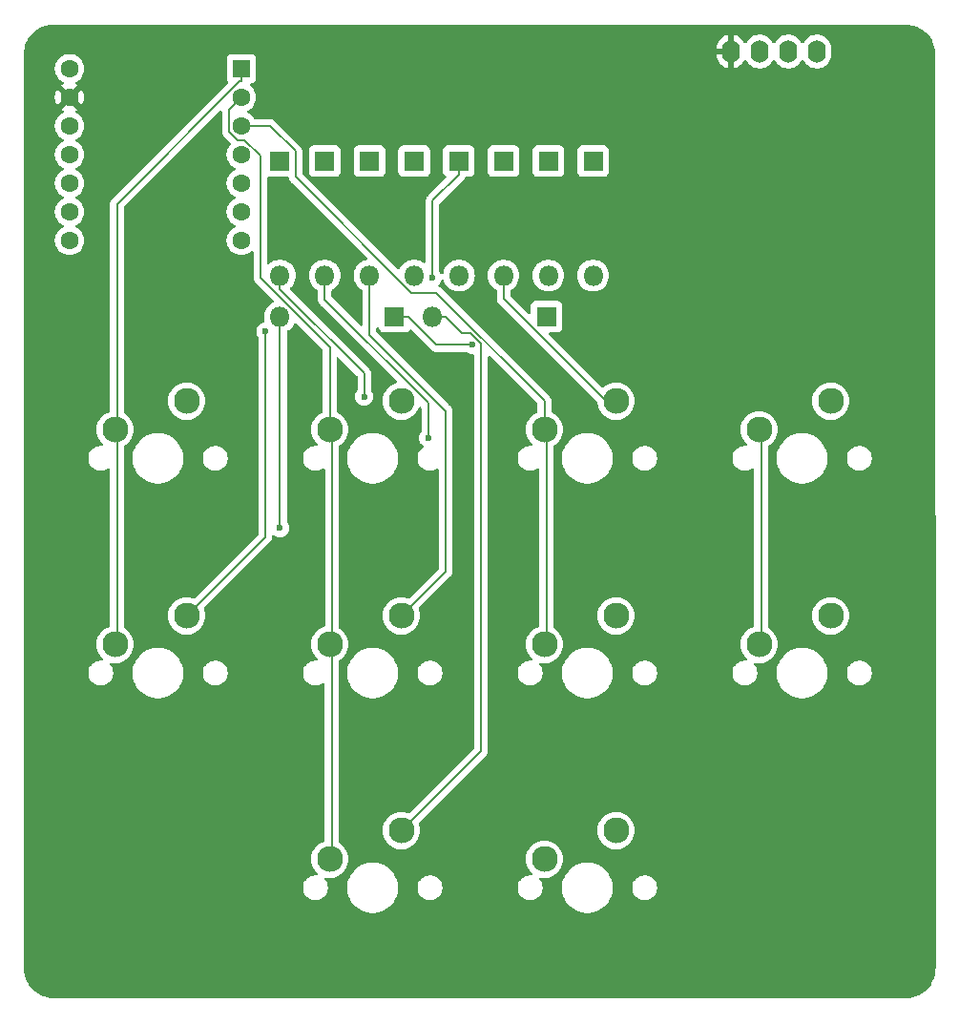
<source format=gbr>
%TF.GenerationSoftware,KiCad,Pcbnew,8.0.5-dirty*%
%TF.CreationDate,2024-10-03T21:51:05-04:00*%
%TF.ProjectId,cool-keyboard,636f6f6c-2d6b-4657-9962-6f6172642e6b,rev?*%
%TF.SameCoordinates,Original*%
%TF.FileFunction,Copper,L1,Top*%
%TF.FilePolarity,Positive*%
%FSLAX46Y46*%
G04 Gerber Fmt 4.6, Leading zero omitted, Abs format (unit mm)*
G04 Created by KiCad (PCBNEW 8.0.5-dirty) date 2024-10-03 21:51:05*
%MOMM*%
%LPD*%
G01*
G04 APERTURE LIST*
%TA.AperFunction,ComponentPad*%
%ADD10C,2.300000*%
%TD*%
%TA.AperFunction,ComponentPad*%
%ADD11O,1.600000X2.000000*%
%TD*%
%TA.AperFunction,ComponentPad*%
%ADD12R,1.800000X1.800000*%
%TD*%
%TA.AperFunction,ComponentPad*%
%ADD13O,1.800000X1.800000*%
%TD*%
%TA.AperFunction,ComponentPad*%
%ADD14R,1.600000X1.600000*%
%TD*%
%TA.AperFunction,ComponentPad*%
%ADD15C,1.600000*%
%TD*%
%TA.AperFunction,ViaPad*%
%ADD16C,0.600000*%
%TD*%
%TA.AperFunction,Conductor*%
%ADD17C,0.200000*%
%TD*%
G04 APERTURE END LIST*
D10*
%TO.P,SW7,1,1*%
%TO.N,COL2*%
X152114300Y-106267200D03*
%TO.P,SW7,2,2*%
%TO.N,Net-(D7-A)*%
X158464300Y-103727200D03*
%TD*%
%TO.P,SW3,1,1*%
%TO.N,COL2*%
X152114300Y-87217200D03*
%TO.P,SW3,2,2*%
%TO.N,Net-(D3-A)*%
X158464300Y-84677200D03*
%TD*%
D11*
%TO.P,Brd1,1,GND*%
%TO.N,GND*%
X168673000Y-53662000D03*
%TO.P,Brd1,2,VCC*%
%TO.N,SCR3V3*%
X171213000Y-53662000D03*
%TO.P,Brd1,3,SCL*%
%TO.N,Net-(Brd1-SCL)*%
X173753000Y-53662000D03*
%TO.P,Brd1,4,SDA*%
%TO.N,Net-(Brd1-SDA)*%
X176293000Y-53662000D03*
%TD*%
D10*
%TO.P,SW6,1,1*%
%TO.N,COL1*%
X133064300Y-106267200D03*
%TO.P,SW6,2,2*%
%TO.N,Net-(D6-A)*%
X139414300Y-103727200D03*
%TD*%
%TO.P,SW4,1,1*%
%TO.N,COL3*%
X171164300Y-87217200D03*
%TO.P,SW4,2,2*%
%TO.N,Net-(D4-A)*%
X177514300Y-84677200D03*
%TD*%
%TO.P,SW5,1,1*%
%TO.N,COL0*%
X114014300Y-106267200D03*
%TO.P,SW5,2,2*%
%TO.N,Net-(D5-A)*%
X120364300Y-103727200D03*
%TD*%
%TO.P,SW10,1,1*%
%TO.N,COL2*%
X152114300Y-125317200D03*
%TO.P,SW10,2,2*%
%TO.N,Net-(D10-A)*%
X158464300Y-122777200D03*
%TD*%
%TO.P,SW9,1,1*%
%TO.N,COL1*%
X133064300Y-125317200D03*
%TO.P,SW9,2,2*%
%TO.N,Net-(D9-A)*%
X139414300Y-122777200D03*
%TD*%
%TO.P,SW1,1,1*%
%TO.N,COL0*%
X114014300Y-87217200D03*
%TO.P,SW1,2,2*%
%TO.N,Net-(D1-A)*%
X120364300Y-84677200D03*
%TD*%
%TO.P,SW2,1,1*%
%TO.N,COL1*%
X133064300Y-87217200D03*
%TO.P,SW2,2,2*%
%TO.N,Net-(D2-A)*%
X139414300Y-84677200D03*
%TD*%
%TO.P,SW8,1,1*%
%TO.N,COL3*%
X171164300Y-106267200D03*
%TO.P,SW8,2,2*%
%TO.N,Net-(D8-A)*%
X177514300Y-103727200D03*
%TD*%
D12*
%TO.P,D9,1,K*%
%TO.N,ROW2*%
X152304700Y-77184200D03*
D13*
%TO.P,D9,2,A*%
%TO.N,Net-(D9-A)*%
X142144700Y-77184200D03*
%TD*%
D12*
%TO.P,D6,1,K*%
%TO.N,ROW1*%
X136588500Y-63373000D03*
D13*
%TO.P,D6,2,A*%
%TO.N,Net-(D6-A)*%
X136588500Y-73533000D03*
%TD*%
D12*
%TO.P,D10,1,K*%
%TO.N,ROW2*%
X138811000Y-77184200D03*
D13*
%TO.P,D10,2,A*%
%TO.N,Net-(D10-A)*%
X128651000Y-77184200D03*
%TD*%
D12*
%TO.P,D3,1,K*%
%TO.N,ROW0*%
X148494700Y-63373000D03*
D13*
%TO.P,D3,2,A*%
%TO.N,Net-(D3-A)*%
X148494700Y-73533000D03*
%TD*%
D12*
%TO.P,D4,1,K*%
%TO.N,ROW0*%
X144526000Y-63373000D03*
D13*
%TO.P,D4,2,A*%
%TO.N,Net-(D4-A)*%
X144526000Y-73533000D03*
%TD*%
D12*
%TO.P,D1,1,K*%
%TO.N,ROW0*%
X156432200Y-63373000D03*
D13*
%TO.P,D1,2,A*%
%TO.N,Net-(D1-A)*%
X156432200Y-73533000D03*
%TD*%
D12*
%TO.P,D2,1,K*%
%TO.N,ROW0*%
X152463500Y-63373000D03*
D13*
%TO.P,D2,2,A*%
%TO.N,Net-(D2-A)*%
X152463500Y-73533000D03*
%TD*%
D12*
%TO.P,D7,1,K*%
%TO.N,ROW1*%
X132619700Y-63373000D03*
D13*
%TO.P,D7,2,A*%
%TO.N,Net-(D7-A)*%
X132619700Y-73533000D03*
%TD*%
D14*
%TO.P,U2,1,PA02_A0_D0*%
%TO.N,COL0*%
X125222000Y-55183000D03*
D15*
%TO.P,U2,2,PA4_A1_D1*%
%TO.N,COL1*%
X125222000Y-57723000D03*
%TO.P,U2,3,PA10_A2_D2*%
%TO.N,COL2*%
X125222000Y-60263000D03*
%TO.P,U2,4,PA11_A3_D3*%
%TO.N,COL3*%
X125222000Y-62803000D03*
%TO.P,U2,5,PA8_A4_D4_SDA*%
%TO.N,Net-(Brd1-SDA)*%
X125222000Y-65343000D03*
%TO.P,U2,6,PA9_A5_D5_SCL*%
%TO.N,Net-(Brd1-SCL)*%
X125222000Y-67883000D03*
%TO.P,U2,7,PB08_A6_D6_TX*%
%TO.N,unconnected-(U2-PB08_A6_D6_TX-Pad7)*%
X125222000Y-70423000D03*
%TO.P,U2,8,PB09_A7_D7_RX*%
%TO.N,ROW0*%
X109982000Y-70423000D03*
%TO.P,U2,9,PA7_A8_D8_SCK*%
%TO.N,ROW1*%
X109982000Y-67883000D03*
%TO.P,U2,10,PA5_A9_D9_MISO*%
%TO.N,ROW2*%
X109982000Y-65343000D03*
%TO.P,U2,11,PA6_A10_D10_MOSI*%
%TO.N,unconnected-(U2-PA6_A10_D10_MOSI-Pad11)*%
X109982000Y-62803000D03*
%TO.P,U2,12,3V3*%
%TO.N,SCR3V3*%
X109982000Y-60263000D03*
%TO.P,U2,13,GND*%
%TO.N,GND*%
X109982000Y-57723000D03*
%TO.P,U2,14,5V*%
%TO.N,+5V*%
X109982000Y-55183000D03*
%TD*%
D12*
%TO.P,D5,1,K*%
%TO.N,ROW1*%
X140557200Y-63373000D03*
D13*
%TO.P,D5,2,A*%
%TO.N,Net-(D5-A)*%
X140557200Y-73533000D03*
%TD*%
D12*
%TO.P,D8,1,K*%
%TO.N,ROW1*%
X128651000Y-63373000D03*
D13*
%TO.P,D8,2,A*%
%TO.N,Net-(D8-A)*%
X128651000Y-73533000D03*
%TD*%
D16*
%TO.N,ROW0*%
X142185700Y-73719900D03*
%TO.N,Net-(D5-A)*%
X127349400Y-78510100D03*
%TO.N,Net-(D7-A)*%
X141798000Y-87945200D03*
%TO.N,Net-(D8-A)*%
X136119900Y-84272600D03*
%TO.N,ROW2*%
X145726300Y-79697500D03*
%TO.N,Net-(D10-A)*%
X128651000Y-95949000D03*
%TD*%
D17*
%TO.N,ROW0*%
X142185700Y-73719900D02*
X142185700Y-66915000D01*
X144526000Y-63373000D02*
X144526000Y-64574700D01*
X142185700Y-66915000D02*
X144526000Y-64574700D01*
%TO.N,Net-(D3-A)*%
X158464300Y-84677200D02*
X157569900Y-84677200D01*
X157569900Y-84677200D02*
X148494700Y-75602000D01*
X148494700Y-75602000D02*
X148494700Y-73533000D01*
%TO.N,Net-(D5-A)*%
X120364300Y-103727200D02*
X127349400Y-96742100D01*
X127349400Y-96742100D02*
X127349400Y-78510100D01*
%TO.N,Net-(D6-A)*%
X136588500Y-78783300D02*
X136588500Y-73533000D01*
X139414300Y-103727200D02*
X143364500Y-99777000D01*
X143364500Y-99777000D02*
X143364500Y-85559300D01*
X143364500Y-85559300D02*
X136588500Y-78783300D01*
%TO.N,Net-(D7-A)*%
X132619700Y-73533000D02*
X132619700Y-75665200D01*
X132619700Y-75665200D02*
X141798000Y-84843500D01*
X141798000Y-84843500D02*
X141798000Y-87945200D01*
%TO.N,Net-(D8-A)*%
X128651000Y-73533000D02*
X128651000Y-74734700D01*
X136119900Y-82203600D02*
X128651000Y-74734700D01*
X136119900Y-84272600D02*
X136119900Y-82203600D01*
%TO.N,Net-(D9-A)*%
X146493800Y-79614100D02*
X146493800Y-115697700D01*
X142144700Y-77184200D02*
X143346400Y-77184200D01*
X144826500Y-78664300D02*
X145544000Y-78664300D01*
X143346400Y-77184200D02*
X144826500Y-78664300D01*
X146493800Y-115697700D02*
X139414300Y-122777200D01*
X145544000Y-78664300D02*
X146493800Y-79614100D01*
%TO.N,ROW2*%
X138811000Y-77184200D02*
X140012700Y-77184200D01*
X142526000Y-79697500D02*
X145726300Y-79697500D01*
X140012700Y-77184200D02*
X142526000Y-79697500D01*
%TO.N,Net-(D10-A)*%
X128651000Y-77184200D02*
X128651000Y-95949000D01*
%TO.N,COL0*%
X114014300Y-87217200D02*
X114187500Y-87217200D01*
X114187500Y-106094000D02*
X114014300Y-106267200D01*
X114187500Y-67181500D02*
X114187500Y-87217200D01*
X125084300Y-56284700D02*
X114187500Y-67181500D01*
X125222000Y-56284700D02*
X125084300Y-56284700D01*
X114187500Y-87217200D02*
X114187500Y-106094000D01*
X125222000Y-55183000D02*
X125222000Y-56284700D01*
%TO.N,COL1*%
X125515500Y-61533000D02*
X126907800Y-62925300D01*
X133064300Y-79898000D02*
X133064300Y-87217200D01*
X126907800Y-73741500D02*
X133064300Y-79898000D01*
X133064300Y-125317200D02*
X133237500Y-125144000D01*
X133244700Y-106086800D02*
X133244700Y-87397600D01*
X133244700Y-87397600D02*
X133064300Y-87217200D01*
X124883900Y-61533000D02*
X125515500Y-61533000D01*
X133064300Y-106267200D02*
X133244700Y-106086800D01*
X125222000Y-57723000D02*
X124118800Y-58826200D01*
X126907800Y-62925300D02*
X126907800Y-73741500D01*
X124118800Y-58826200D02*
X124118800Y-60767900D01*
X133237500Y-106440400D02*
X133064300Y-106267200D01*
X124118800Y-60767900D02*
X124883900Y-61533000D01*
X133237500Y-125144000D02*
X133237500Y-106440400D01*
%TO.N,COL2*%
X152114300Y-87217200D02*
X152114300Y-84666600D01*
X152287500Y-106094000D02*
X152287500Y-87390400D01*
X140340900Y-75065700D02*
X130013400Y-64738200D01*
X127780900Y-60263000D02*
X125222000Y-60263000D01*
X152114300Y-84666600D02*
X142513400Y-75065700D01*
X152287500Y-87390400D02*
X152114300Y-87217200D01*
X130013400Y-64738200D02*
X130013400Y-62495500D01*
X152114300Y-106267200D02*
X152287500Y-106094000D01*
X130013400Y-62495500D02*
X127780900Y-60263000D01*
X142513400Y-75065700D02*
X140340900Y-75065700D01*
%TO.N,COL3*%
X171337500Y-87390400D02*
X171164300Y-87217200D01*
X171164300Y-106267200D02*
X171337500Y-106094000D01*
X171337500Y-106094000D02*
X171337500Y-87390400D01*
%TD*%
%TA.AperFunction,Conductor*%
%TO.N,GND*%
G36*
X184211841Y-51317367D02*
G01*
X184212047Y-51317381D01*
X184220292Y-51317381D01*
X184220296Y-51317382D01*
X184282438Y-51317381D01*
X184289923Y-51317606D01*
X184582629Y-51335311D01*
X184597491Y-51337115D01*
X184882228Y-51389294D01*
X184896761Y-51392876D01*
X185173155Y-51479002D01*
X185187130Y-51484303D01*
X185437672Y-51597062D01*
X185451119Y-51603114D01*
X185464377Y-51610072D01*
X185712114Y-51759834D01*
X185724425Y-51768332D01*
X185935701Y-51933856D01*
X185952307Y-51946866D01*
X185963515Y-51956796D01*
X186168203Y-52161484D01*
X186178133Y-52172692D01*
X186316820Y-52349713D01*
X186356663Y-52400568D01*
X186365169Y-52412891D01*
X186514926Y-52660621D01*
X186521885Y-52673880D01*
X186569821Y-52780390D01*
X186637922Y-52931705D01*
X186640691Y-52937856D01*
X186646001Y-52951857D01*
X186732122Y-53228235D01*
X186735705Y-53242774D01*
X186787883Y-53527507D01*
X186789688Y-53542372D01*
X186807392Y-53835074D01*
X186807618Y-53842560D01*
X186807618Y-53912573D01*
X186807633Y-53912814D01*
X186824499Y-134997580D01*
X186824304Y-135004562D01*
X186808065Y-135293584D01*
X186806507Y-135307402D01*
X186758596Y-135589343D01*
X186755502Y-135602899D01*
X186676322Y-135877718D01*
X186671729Y-135890843D01*
X186562280Y-136155064D01*
X186556247Y-136167591D01*
X186417905Y-136417896D01*
X186410507Y-136429670D01*
X186245006Y-136662919D01*
X186236336Y-136673790D01*
X186045767Y-136887035D01*
X186035936Y-136896866D01*
X185822686Y-137087439D01*
X185811820Y-137096106D01*
X185578571Y-137261607D01*
X185566797Y-137269005D01*
X185316490Y-137407348D01*
X185303962Y-137413381D01*
X185039746Y-137522827D01*
X185026622Y-137527420D01*
X184751800Y-137606602D01*
X184738244Y-137609696D01*
X184456303Y-137657607D01*
X184442484Y-137659165D01*
X184153472Y-137675402D01*
X184146517Y-137675597D01*
X108622975Y-137675500D01*
X108620241Y-137675500D01*
X108613287Y-137675305D01*
X108596350Y-137674353D01*
X108324259Y-137659069D01*
X108310442Y-137657512D01*
X108028482Y-137609602D01*
X108014925Y-137606507D01*
X107740114Y-137527333D01*
X107726990Y-137522741D01*
X107462763Y-137413294D01*
X107450234Y-137407260D01*
X107199924Y-137268917D01*
X107188151Y-137261520D01*
X106954898Y-137096020D01*
X106944027Y-137087350D01*
X106730783Y-136896786D01*
X106720950Y-136886954D01*
X106530374Y-136673703D01*
X106521704Y-136662832D01*
X106356200Y-136429583D01*
X106348802Y-136417809D01*
X106210452Y-136167493D01*
X106204427Y-136154980D01*
X106094974Y-135890751D01*
X106090381Y-135877627D01*
X106011226Y-135602899D01*
X106011195Y-135602791D01*
X106008107Y-135589262D01*
X105960191Y-135307295D01*
X105958636Y-135293501D01*
X105942443Y-135005317D01*
X105942249Y-134998427D01*
X105942248Y-134935092D01*
X105942248Y-134925125D01*
X105942244Y-134925079D01*
X105941906Y-130101600D01*
X105939076Y-89670512D01*
X111642900Y-89670512D01*
X111642900Y-89843887D01*
X111670020Y-90015113D01*
X111723590Y-90179988D01*
X111723591Y-90179991D01*
X111802298Y-90334460D01*
X111904199Y-90474714D01*
X112026786Y-90597301D01*
X112167040Y-90699202D01*
X112199655Y-90715820D01*
X112321508Y-90777908D01*
X112321511Y-90777909D01*
X112403948Y-90804694D01*
X112486388Y-90831480D01*
X112565691Y-90844040D01*
X112657613Y-90858600D01*
X112657618Y-90858600D01*
X112830987Y-90858600D01*
X112913995Y-90845452D01*
X113002212Y-90831480D01*
X113167091Y-90777908D01*
X113321560Y-90699202D01*
X113390114Y-90649393D01*
X113455920Y-90625914D01*
X113523974Y-90641739D01*
X113572669Y-90691845D01*
X113587000Y-90749712D01*
X113587000Y-104575142D01*
X113567315Y-104642181D01*
X113514511Y-104687936D01*
X113506242Y-104691155D01*
X113262676Y-104792043D01*
X113041159Y-104927788D01*
X112843611Y-105096511D01*
X112674888Y-105294059D01*
X112539143Y-105515576D01*
X112439727Y-105755589D01*
X112379078Y-106008209D01*
X112358696Y-106267200D01*
X112379078Y-106526190D01*
X112439727Y-106778810D01*
X112539143Y-107018823D01*
X112539145Y-107018827D01*
X112539146Y-107018828D01*
X112674888Y-107240340D01*
X112843611Y-107437889D01*
X112901710Y-107487510D01*
X112939903Y-107546017D01*
X112940401Y-107615885D01*
X112903048Y-107674931D01*
X112839701Y-107704409D01*
X112821178Y-107705800D01*
X112657613Y-107705800D01*
X112486386Y-107732920D01*
X112321511Y-107786490D01*
X112321508Y-107786491D01*
X112167039Y-107865198D01*
X112087754Y-107922803D01*
X112026786Y-107967099D01*
X112026784Y-107967101D01*
X112026783Y-107967101D01*
X111904201Y-108089683D01*
X111904201Y-108089684D01*
X111904199Y-108089686D01*
X111860436Y-108149919D01*
X111802298Y-108229939D01*
X111723591Y-108384408D01*
X111723590Y-108384411D01*
X111670020Y-108549286D01*
X111642900Y-108720512D01*
X111642900Y-108893887D01*
X111670020Y-109065113D01*
X111723590Y-109229988D01*
X111723591Y-109229991D01*
X111802298Y-109384460D01*
X111904199Y-109524714D01*
X112026786Y-109647301D01*
X112167040Y-109749202D01*
X112242802Y-109787804D01*
X112321508Y-109827908D01*
X112321511Y-109827909D01*
X112403948Y-109854694D01*
X112486388Y-109881480D01*
X112565691Y-109894040D01*
X112657613Y-109908600D01*
X112657618Y-109908600D01*
X112830987Y-109908600D01*
X112913995Y-109895452D01*
X113002212Y-109881480D01*
X113167091Y-109827908D01*
X113321560Y-109749202D01*
X113461814Y-109647301D01*
X113584401Y-109524714D01*
X113686302Y-109384460D01*
X113765008Y-109229991D01*
X113818580Y-109065112D01*
X113836131Y-108954299D01*
X113845700Y-108893887D01*
X113845700Y-108720512D01*
X113836131Y-108660100D01*
X115579900Y-108660100D01*
X115579900Y-108954299D01*
X115579901Y-108954316D01*
X115618301Y-109245996D01*
X115694452Y-109530194D01*
X115807034Y-109801994D01*
X115807042Y-109802010D01*
X115954140Y-110056789D01*
X115954151Y-110056805D01*
X116133248Y-110290209D01*
X116133254Y-110290216D01*
X116341283Y-110498245D01*
X116341289Y-110498250D01*
X116574703Y-110677355D01*
X116574710Y-110677359D01*
X116829489Y-110824457D01*
X116829505Y-110824465D01*
X117101305Y-110937047D01*
X117101307Y-110937047D01*
X117101313Y-110937050D01*
X117385500Y-111013198D01*
X117677194Y-111051600D01*
X117677201Y-111051600D01*
X117971399Y-111051600D01*
X117971406Y-111051600D01*
X118263100Y-111013198D01*
X118547287Y-110937050D01*
X118620618Y-110906675D01*
X118819094Y-110824465D01*
X118819097Y-110824463D01*
X118819103Y-110824461D01*
X119073897Y-110677355D01*
X119307311Y-110498250D01*
X119515350Y-110290211D01*
X119694455Y-110056797D01*
X119841561Y-109802003D01*
X119887234Y-109691739D01*
X119954147Y-109530194D01*
X119954146Y-109530194D01*
X119954150Y-109530187D01*
X120030298Y-109246000D01*
X120068700Y-108954306D01*
X120068700Y-108720512D01*
X121802900Y-108720512D01*
X121802900Y-108893887D01*
X121830020Y-109065113D01*
X121883590Y-109229988D01*
X121883591Y-109229991D01*
X121962298Y-109384460D01*
X122064199Y-109524714D01*
X122186786Y-109647301D01*
X122327040Y-109749202D01*
X122402802Y-109787804D01*
X122481508Y-109827908D01*
X122481511Y-109827909D01*
X122563948Y-109854694D01*
X122646388Y-109881480D01*
X122725691Y-109894040D01*
X122817613Y-109908600D01*
X122817618Y-109908600D01*
X122990987Y-109908600D01*
X123073995Y-109895452D01*
X123162212Y-109881480D01*
X123327091Y-109827908D01*
X123481560Y-109749202D01*
X123621814Y-109647301D01*
X123744401Y-109524714D01*
X123846302Y-109384460D01*
X123925008Y-109229991D01*
X123978580Y-109065112D01*
X123996131Y-108954299D01*
X124005700Y-108893887D01*
X124005700Y-108720512D01*
X123989922Y-108620902D01*
X123978580Y-108549288D01*
X123925008Y-108384409D01*
X123925008Y-108384408D01*
X123846301Y-108229939D01*
X123744401Y-108089686D01*
X123621814Y-107967099D01*
X123481560Y-107865198D01*
X123435586Y-107841773D01*
X123327091Y-107786491D01*
X123327088Y-107786490D01*
X123162213Y-107732920D01*
X122990987Y-107705800D01*
X122990982Y-107705800D01*
X122817618Y-107705800D01*
X122817613Y-107705800D01*
X122646386Y-107732920D01*
X122481511Y-107786490D01*
X122481508Y-107786491D01*
X122327039Y-107865198D01*
X122247754Y-107922803D01*
X122186786Y-107967099D01*
X122186784Y-107967101D01*
X122186783Y-107967101D01*
X122064201Y-108089683D01*
X122064201Y-108089684D01*
X122064199Y-108089686D01*
X122020436Y-108149919D01*
X121962298Y-108229939D01*
X121883591Y-108384408D01*
X121883590Y-108384411D01*
X121830020Y-108549286D01*
X121802900Y-108720512D01*
X120068700Y-108720512D01*
X120068700Y-108660094D01*
X120030298Y-108368400D01*
X119954150Y-108084213D01*
X119954147Y-108084205D01*
X119841565Y-107812405D01*
X119841557Y-107812389D01*
X119694459Y-107557610D01*
X119694455Y-107557603D01*
X119515350Y-107324189D01*
X119515345Y-107324183D01*
X119307316Y-107116154D01*
X119307309Y-107116148D01*
X119073905Y-106937051D01*
X119073903Y-106937049D01*
X119073897Y-106937045D01*
X119073892Y-106937042D01*
X119073889Y-106937040D01*
X118819110Y-106789942D01*
X118819094Y-106789934D01*
X118547294Y-106677352D01*
X118263096Y-106601201D01*
X117971416Y-106562801D01*
X117971411Y-106562800D01*
X117971406Y-106562800D01*
X117677194Y-106562800D01*
X117677188Y-106562800D01*
X117677183Y-106562801D01*
X117385503Y-106601201D01*
X117101305Y-106677352D01*
X116829505Y-106789934D01*
X116829489Y-106789942D01*
X116574710Y-106937040D01*
X116574694Y-106937051D01*
X116341290Y-107116148D01*
X116341283Y-107116154D01*
X116133254Y-107324183D01*
X116133248Y-107324190D01*
X115954151Y-107557594D01*
X115954140Y-107557610D01*
X115807042Y-107812389D01*
X115807034Y-107812405D01*
X115694452Y-108084205D01*
X115618301Y-108368403D01*
X115579901Y-108660083D01*
X115579900Y-108660100D01*
X113836131Y-108660100D01*
X113829922Y-108620902D01*
X113818580Y-108549288D01*
X113765008Y-108384409D01*
X113765008Y-108384408D01*
X113686301Y-108229939D01*
X113584401Y-108089686D01*
X113584398Y-108089683D01*
X113581537Y-108085745D01*
X113583285Y-108084474D01*
X113558402Y-108028921D01*
X113568849Y-107959837D01*
X113614987Y-107907367D01*
X113682168Y-107888171D01*
X113710202Y-107891592D01*
X113755306Y-107902421D01*
X114014300Y-107922804D01*
X114273294Y-107902421D01*
X114525910Y-107841773D01*
X114765928Y-107742354D01*
X114987440Y-107606612D01*
X115184989Y-107437889D01*
X115353712Y-107240340D01*
X115489454Y-107018828D01*
X115588873Y-106778810D01*
X115649521Y-106526194D01*
X115669904Y-106267200D01*
X115649521Y-106008206D01*
X115588873Y-105755590D01*
X115489454Y-105515572D01*
X115353712Y-105294060D01*
X115184989Y-105096511D01*
X115054379Y-104984959D01*
X114987437Y-104927785D01*
X114987434Y-104927784D01*
X114847210Y-104841854D01*
X114800335Y-104790042D01*
X114788000Y-104736127D01*
X114788000Y-89610100D01*
X115579900Y-89610100D01*
X115579900Y-89904299D01*
X115579901Y-89904316D01*
X115594487Y-90015112D01*
X115618302Y-90196000D01*
X115689369Y-90461226D01*
X115694452Y-90480194D01*
X115807034Y-90751994D01*
X115807042Y-90752010D01*
X115954140Y-91006789D01*
X115954151Y-91006805D01*
X116133248Y-91240209D01*
X116133254Y-91240216D01*
X116341283Y-91448245D01*
X116341289Y-91448250D01*
X116574703Y-91627355D01*
X116574710Y-91627359D01*
X116829489Y-91774457D01*
X116829505Y-91774465D01*
X117101305Y-91887047D01*
X117101307Y-91887047D01*
X117101313Y-91887050D01*
X117385500Y-91963198D01*
X117677194Y-92001600D01*
X117677201Y-92001600D01*
X117971399Y-92001600D01*
X117971406Y-92001600D01*
X118263100Y-91963198D01*
X118547287Y-91887050D01*
X118620618Y-91856675D01*
X118819094Y-91774465D01*
X118819097Y-91774463D01*
X118819103Y-91774461D01*
X119073897Y-91627355D01*
X119307311Y-91448250D01*
X119515350Y-91240211D01*
X119694455Y-91006797D01*
X119841561Y-90752003D01*
X119856549Y-90715820D01*
X119923775Y-90553518D01*
X119954150Y-90480187D01*
X120030298Y-90196000D01*
X120068700Y-89904306D01*
X120068700Y-89670512D01*
X121802900Y-89670512D01*
X121802900Y-89843887D01*
X121830020Y-90015113D01*
X121883590Y-90179988D01*
X121883591Y-90179991D01*
X121962298Y-90334460D01*
X122064199Y-90474714D01*
X122186786Y-90597301D01*
X122327040Y-90699202D01*
X122359655Y-90715820D01*
X122481508Y-90777908D01*
X122481511Y-90777909D01*
X122563948Y-90804694D01*
X122646388Y-90831480D01*
X122725691Y-90844040D01*
X122817613Y-90858600D01*
X122817618Y-90858600D01*
X122990987Y-90858600D01*
X123073995Y-90845452D01*
X123162212Y-90831480D01*
X123327091Y-90777908D01*
X123481560Y-90699202D01*
X123621814Y-90597301D01*
X123744401Y-90474714D01*
X123846302Y-90334460D01*
X123925008Y-90179991D01*
X123978580Y-90015112D01*
X123996131Y-89904299D01*
X124005700Y-89843887D01*
X124005700Y-89670512D01*
X123989922Y-89570902D01*
X123978580Y-89499288D01*
X123925008Y-89334409D01*
X123925008Y-89334408D01*
X123846301Y-89179939D01*
X123744401Y-89039686D01*
X123621814Y-88917099D01*
X123481560Y-88815198D01*
X123475311Y-88812014D01*
X123327091Y-88736491D01*
X123327088Y-88736490D01*
X123162213Y-88682920D01*
X122990987Y-88655800D01*
X122990982Y-88655800D01*
X122817618Y-88655800D01*
X122817613Y-88655800D01*
X122646386Y-88682920D01*
X122481511Y-88736490D01*
X122481508Y-88736491D01*
X122327039Y-88815198D01*
X122247019Y-88873336D01*
X122186786Y-88917099D01*
X122186784Y-88917101D01*
X122186783Y-88917101D01*
X122064201Y-89039683D01*
X122064201Y-89039684D01*
X122064199Y-89039686D01*
X122054400Y-89053173D01*
X121962298Y-89179939D01*
X121883591Y-89334408D01*
X121883590Y-89334411D01*
X121830020Y-89499286D01*
X121802900Y-89670512D01*
X120068700Y-89670512D01*
X120068700Y-89610094D01*
X120030298Y-89318400D01*
X119954150Y-89034213D01*
X119905641Y-88917101D01*
X119841565Y-88762405D01*
X119841557Y-88762389D01*
X119694459Y-88507610D01*
X119694455Y-88507603D01*
X119564353Y-88338051D01*
X119515351Y-88274190D01*
X119515345Y-88274183D01*
X119307316Y-88066154D01*
X119307309Y-88066148D01*
X119073905Y-87887051D01*
X119073903Y-87887049D01*
X119073897Y-87887045D01*
X119073892Y-87887042D01*
X119073889Y-87887040D01*
X118819110Y-87739942D01*
X118819094Y-87739934D01*
X118547294Y-87627352D01*
X118517568Y-87619387D01*
X118263100Y-87551202D01*
X118263099Y-87551201D01*
X118263096Y-87551201D01*
X117971416Y-87512801D01*
X117971411Y-87512800D01*
X117971406Y-87512800D01*
X117677194Y-87512800D01*
X117677188Y-87512800D01*
X117677183Y-87512801D01*
X117385503Y-87551201D01*
X117101305Y-87627352D01*
X116829505Y-87739934D01*
X116829489Y-87739942D01*
X116574710Y-87887040D01*
X116574694Y-87887051D01*
X116341290Y-88066148D01*
X116341283Y-88066154D01*
X116133254Y-88274183D01*
X116133248Y-88274190D01*
X115954151Y-88507594D01*
X115954140Y-88507610D01*
X115807042Y-88762389D01*
X115807034Y-88762405D01*
X115694452Y-89034205D01*
X115618301Y-89318403D01*
X115579901Y-89610083D01*
X115579900Y-89610100D01*
X114788000Y-89610100D01*
X114788000Y-88748271D01*
X114807685Y-88681232D01*
X114847208Y-88642544D01*
X114987440Y-88556612D01*
X115184989Y-88387889D01*
X115353712Y-88190340D01*
X115489454Y-87968828D01*
X115588873Y-87728810D01*
X115649521Y-87476194D01*
X115669904Y-87217200D01*
X115649521Y-86958206D01*
X115588873Y-86705590D01*
X115489454Y-86465572D01*
X115353712Y-86244060D01*
X115184989Y-86046511D01*
X115054379Y-85934959D01*
X114987437Y-85877785D01*
X114987434Y-85877784D01*
X114847210Y-85791854D01*
X114800335Y-85740042D01*
X114788000Y-85686127D01*
X114788000Y-84677200D01*
X118708696Y-84677200D01*
X118729078Y-84936190D01*
X118789727Y-85188810D01*
X118889143Y-85428823D01*
X118889145Y-85428827D01*
X118889146Y-85428828D01*
X119024888Y-85650340D01*
X119193611Y-85847889D01*
X119391160Y-86016612D01*
X119612672Y-86152354D01*
X119612674Y-86152354D01*
X119612676Y-86152356D01*
X119673993Y-86177754D01*
X119852690Y-86251773D01*
X120105306Y-86312421D01*
X120364300Y-86332804D01*
X120623294Y-86312421D01*
X120875910Y-86251773D01*
X121115928Y-86152354D01*
X121337440Y-86016612D01*
X121534989Y-85847889D01*
X121703712Y-85650340D01*
X121839454Y-85428828D01*
X121938873Y-85188810D01*
X121999521Y-84936194D01*
X122019904Y-84677200D01*
X121999521Y-84418206D01*
X121938873Y-84165590D01*
X121839454Y-83925572D01*
X121703712Y-83704060D01*
X121534989Y-83506511D01*
X121337440Y-83337788D01*
X121115928Y-83202046D01*
X121115927Y-83202045D01*
X121115923Y-83202043D01*
X120949927Y-83133286D01*
X120875910Y-83102627D01*
X120875911Y-83102627D01*
X120738221Y-83069570D01*
X120623294Y-83041979D01*
X120623292Y-83041978D01*
X120623291Y-83041978D01*
X120364300Y-83021596D01*
X120105309Y-83041978D01*
X119852689Y-83102627D01*
X119612676Y-83202043D01*
X119391159Y-83337788D01*
X119193611Y-83506511D01*
X119024888Y-83704059D01*
X118889143Y-83925576D01*
X118789727Y-84165589D01*
X118729078Y-84418209D01*
X118708696Y-84677200D01*
X114788000Y-84677200D01*
X114788000Y-67481596D01*
X114807685Y-67414557D01*
X114824314Y-67393920D01*
X123306619Y-58911614D01*
X123367942Y-58878130D01*
X123437634Y-58883114D01*
X123493567Y-58924986D01*
X123517984Y-58990450D01*
X123518300Y-58999296D01*
X123518300Y-60681230D01*
X123518299Y-60681248D01*
X123518299Y-60846954D01*
X123518298Y-60846954D01*
X123559223Y-60999686D01*
X123559224Y-60999687D01*
X123582579Y-61040139D01*
X123638280Y-61136616D01*
X123638282Y-61136618D01*
X123757149Y-61255485D01*
X123757155Y-61255490D01*
X124256057Y-61754392D01*
X124289542Y-61815715D01*
X124284558Y-61885407D01*
X124256060Y-61929752D01*
X124221952Y-61963861D01*
X124091432Y-62150265D01*
X124091431Y-62150267D01*
X123995261Y-62356502D01*
X123995258Y-62356511D01*
X123936366Y-62576302D01*
X123936364Y-62576313D01*
X123916532Y-62802998D01*
X123916532Y-62803001D01*
X123936364Y-63029686D01*
X123936366Y-63029697D01*
X123995258Y-63249488D01*
X123995261Y-63249497D01*
X124091431Y-63455732D01*
X124091432Y-63455734D01*
X124221954Y-63642141D01*
X124382858Y-63803045D01*
X124382861Y-63803047D01*
X124569266Y-63933568D01*
X124627275Y-63960618D01*
X124679714Y-64006791D01*
X124698866Y-64073984D01*
X124678650Y-64140865D01*
X124627275Y-64185382D01*
X124569267Y-64212431D01*
X124569265Y-64212432D01*
X124382858Y-64342954D01*
X124221954Y-64503858D01*
X124091432Y-64690265D01*
X124091431Y-64690267D01*
X123995261Y-64896502D01*
X123995258Y-64896511D01*
X123936366Y-65116302D01*
X123936364Y-65116313D01*
X123916532Y-65342998D01*
X123916532Y-65343001D01*
X123936364Y-65569686D01*
X123936366Y-65569697D01*
X123995258Y-65789488D01*
X123995261Y-65789497D01*
X124091431Y-65995732D01*
X124091432Y-65995734D01*
X124221954Y-66182141D01*
X124382858Y-66343045D01*
X124382861Y-66343047D01*
X124569266Y-66473568D01*
X124627275Y-66500618D01*
X124679714Y-66546791D01*
X124698866Y-66613984D01*
X124678650Y-66680865D01*
X124627275Y-66725382D01*
X124569267Y-66752431D01*
X124569265Y-66752432D01*
X124382858Y-66882954D01*
X124221954Y-67043858D01*
X124091432Y-67230265D01*
X124091431Y-67230267D01*
X123995261Y-67436502D01*
X123995258Y-67436511D01*
X123936366Y-67656302D01*
X123936364Y-67656313D01*
X123916532Y-67882998D01*
X123916532Y-67883001D01*
X123936364Y-68109686D01*
X123936366Y-68109697D01*
X123995258Y-68329488D01*
X123995261Y-68329497D01*
X124091431Y-68535732D01*
X124091432Y-68535734D01*
X124221954Y-68722141D01*
X124382858Y-68883045D01*
X124382861Y-68883047D01*
X124569266Y-69013568D01*
X124627275Y-69040618D01*
X124679714Y-69086791D01*
X124698866Y-69153984D01*
X124678650Y-69220865D01*
X124627275Y-69265382D01*
X124569267Y-69292431D01*
X124569265Y-69292432D01*
X124382858Y-69422954D01*
X124221954Y-69583858D01*
X124091432Y-69770265D01*
X124091431Y-69770267D01*
X123995261Y-69976502D01*
X123995258Y-69976511D01*
X123936366Y-70196302D01*
X123936364Y-70196313D01*
X123916532Y-70422998D01*
X123916532Y-70423001D01*
X123936364Y-70649686D01*
X123936366Y-70649697D01*
X123995258Y-70869488D01*
X123995261Y-70869497D01*
X124091431Y-71075732D01*
X124091432Y-71075734D01*
X124221954Y-71262141D01*
X124382858Y-71423045D01*
X124382861Y-71423047D01*
X124569266Y-71553568D01*
X124775504Y-71649739D01*
X124995308Y-71708635D01*
X125157230Y-71722801D01*
X125221998Y-71728468D01*
X125222000Y-71728468D01*
X125222002Y-71728468D01*
X125278673Y-71723509D01*
X125448692Y-71708635D01*
X125668496Y-71649739D01*
X125874734Y-71553568D01*
X126061139Y-71423047D01*
X126061141Y-71423045D01*
X126095619Y-71388568D01*
X126156942Y-71355083D01*
X126226634Y-71360067D01*
X126282567Y-71401939D01*
X126306984Y-71467403D01*
X126307300Y-71476249D01*
X126307300Y-73654830D01*
X126307299Y-73654848D01*
X126307299Y-73820554D01*
X126307298Y-73820554D01*
X126348223Y-73973285D01*
X126377158Y-74023400D01*
X126377159Y-74023404D01*
X126377160Y-74023404D01*
X126403727Y-74069421D01*
X126427279Y-74110214D01*
X126427281Y-74110217D01*
X126546149Y-74229085D01*
X126546155Y-74229090D01*
X128051853Y-75734788D01*
X128085338Y-75796111D01*
X128080354Y-75865803D01*
X128038482Y-75921736D01*
X128023190Y-75931524D01*
X127882371Y-76007731D01*
X127882365Y-76007735D01*
X127699222Y-76150281D01*
X127699219Y-76150284D01*
X127699216Y-76150286D01*
X127699216Y-76150287D01*
X127674886Y-76176717D01*
X127542016Y-76321052D01*
X127415075Y-76515351D01*
X127321842Y-76727899D01*
X127264866Y-76952891D01*
X127264864Y-76952902D01*
X127245700Y-77184193D01*
X127245700Y-77184206D01*
X127264864Y-77415497D01*
X127264866Y-77415509D01*
X127303489Y-77568026D01*
X127300864Y-77637846D01*
X127260907Y-77695164D01*
X127197169Y-77721686D01*
X127170148Y-77724731D01*
X127170145Y-77724731D01*
X126999876Y-77784311D01*
X126847137Y-77880284D01*
X126719584Y-78007837D01*
X126623611Y-78160576D01*
X126564031Y-78330845D01*
X126564030Y-78330850D01*
X126543835Y-78510096D01*
X126543835Y-78510103D01*
X126564030Y-78689349D01*
X126564031Y-78689354D01*
X126623611Y-78859623D01*
X126719585Y-79012363D01*
X126721845Y-79015197D01*
X126722734Y-79017375D01*
X126723289Y-79018258D01*
X126723134Y-79018355D01*
X126748255Y-79079883D01*
X126748900Y-79092512D01*
X126748900Y-96442002D01*
X126729215Y-96509041D01*
X126712581Y-96529683D01*
X121085624Y-102156639D01*
X121024301Y-102190124D01*
X120954609Y-102185140D01*
X120950490Y-102183519D01*
X120875910Y-102152626D01*
X120623290Y-102091978D01*
X120623291Y-102091978D01*
X120364300Y-102071596D01*
X120105309Y-102091978D01*
X119852689Y-102152627D01*
X119612676Y-102252043D01*
X119391159Y-102387788D01*
X119193611Y-102556511D01*
X119024888Y-102754059D01*
X118889143Y-102975576D01*
X118789727Y-103215589D01*
X118729078Y-103468209D01*
X118708696Y-103727200D01*
X118729078Y-103986190D01*
X118789727Y-104238810D01*
X118889143Y-104478823D01*
X118889145Y-104478827D01*
X118889146Y-104478828D01*
X119024888Y-104700340D01*
X119193611Y-104897889D01*
X119391160Y-105066612D01*
X119612672Y-105202354D01*
X119612674Y-105202354D01*
X119612676Y-105202356D01*
X119673993Y-105227754D01*
X119852690Y-105301773D01*
X120105306Y-105362421D01*
X120364300Y-105382804D01*
X120623294Y-105362421D01*
X120875910Y-105301773D01*
X121115928Y-105202354D01*
X121337440Y-105066612D01*
X121534989Y-104897889D01*
X121703712Y-104700340D01*
X121839454Y-104478828D01*
X121938873Y-104238810D01*
X121999521Y-103986194D01*
X122019904Y-103727200D01*
X121999521Y-103468206D01*
X121938873Y-103215590D01*
X121907978Y-103141004D01*
X121900510Y-103071539D01*
X121931784Y-103009060D01*
X121934831Y-103005902D01*
X127718113Y-97222621D01*
X127718116Y-97222620D01*
X127829920Y-97110816D01*
X127880039Y-97024004D01*
X127908977Y-96973885D01*
X127949900Y-96821157D01*
X127949900Y-96677736D01*
X127969585Y-96610697D01*
X128022389Y-96564942D01*
X128091547Y-96554998D01*
X128141822Y-96576733D01*
X128142842Y-96575111D01*
X128148737Y-96578815D01*
X128148738Y-96578816D01*
X128301478Y-96674789D01*
X128471745Y-96734368D01*
X128471750Y-96734369D01*
X128650996Y-96754565D01*
X128651000Y-96754565D01*
X128651004Y-96754565D01*
X128830249Y-96734369D01*
X128830252Y-96734368D01*
X128830255Y-96734368D01*
X129000522Y-96674789D01*
X129153262Y-96578816D01*
X129280816Y-96451262D01*
X129376789Y-96298522D01*
X129436368Y-96128255D01*
X129456565Y-95949000D01*
X129436368Y-95769745D01*
X129376789Y-95599478D01*
X129280816Y-95446738D01*
X129280814Y-95446736D01*
X129280813Y-95446734D01*
X129278550Y-95443896D01*
X129277659Y-95441715D01*
X129277111Y-95440842D01*
X129277264Y-95440745D01*
X129252144Y-95379209D01*
X129251500Y-95366587D01*
X129251500Y-78525543D01*
X129271185Y-78458504D01*
X129316483Y-78416488D01*
X129419626Y-78360670D01*
X129427252Y-78354735D01*
X129538789Y-78267922D01*
X129602784Y-78218113D01*
X129759979Y-78047353D01*
X129886924Y-77853049D01*
X129900363Y-77822408D01*
X129945318Y-77768923D01*
X130012054Y-77748232D01*
X130079382Y-77766906D01*
X130101601Y-77784537D01*
X132427481Y-80110416D01*
X132460966Y-80171739D01*
X132463800Y-80198097D01*
X132463800Y-85596591D01*
X132444115Y-85663630D01*
X132391311Y-85709385D01*
X132387254Y-85711151D01*
X132312679Y-85742041D01*
X132091159Y-85877788D01*
X131893611Y-86046511D01*
X131724888Y-86244059D01*
X131589143Y-86465576D01*
X131489727Y-86705589D01*
X131429078Y-86958209D01*
X131408696Y-87217200D01*
X131429078Y-87476190D01*
X131489727Y-87728810D01*
X131589143Y-87968823D01*
X131589145Y-87968827D01*
X131589146Y-87968828D01*
X131724888Y-88190340D01*
X131893611Y-88387889D01*
X131951710Y-88437510D01*
X131989903Y-88496017D01*
X131990401Y-88565885D01*
X131953048Y-88624931D01*
X131889701Y-88654409D01*
X131871178Y-88655800D01*
X131707613Y-88655800D01*
X131536386Y-88682920D01*
X131371511Y-88736490D01*
X131371508Y-88736491D01*
X131217039Y-88815198D01*
X131137019Y-88873336D01*
X131076786Y-88917099D01*
X131076784Y-88917101D01*
X131076783Y-88917101D01*
X130954201Y-89039683D01*
X130954201Y-89039684D01*
X130954199Y-89039686D01*
X130944400Y-89053173D01*
X130852298Y-89179939D01*
X130773591Y-89334408D01*
X130773590Y-89334411D01*
X130720020Y-89499286D01*
X130692900Y-89670512D01*
X130692900Y-89843887D01*
X130720020Y-90015113D01*
X130773590Y-90179988D01*
X130773591Y-90179991D01*
X130852298Y-90334460D01*
X130954199Y-90474714D01*
X131076786Y-90597301D01*
X131217040Y-90699202D01*
X131249655Y-90715820D01*
X131371508Y-90777908D01*
X131371511Y-90777909D01*
X131453948Y-90804694D01*
X131536388Y-90831480D01*
X131615691Y-90844040D01*
X131707613Y-90858600D01*
X131707618Y-90858600D01*
X131880987Y-90858600D01*
X131963995Y-90845452D01*
X132052212Y-90831480D01*
X132217091Y-90777908D01*
X132371560Y-90699202D01*
X132447315Y-90644162D01*
X132513119Y-90620682D01*
X132581174Y-90636507D01*
X132629869Y-90686612D01*
X132644200Y-90744480D01*
X132644200Y-104572904D01*
X132624515Y-104639943D01*
X132571711Y-104685698D01*
X132557187Y-104690705D01*
X132557323Y-104691122D01*
X132552690Y-104692627D01*
X132312676Y-104792043D01*
X132091159Y-104927788D01*
X131893611Y-105096511D01*
X131724888Y-105294059D01*
X131589143Y-105515576D01*
X131489727Y-105755589D01*
X131429078Y-106008209D01*
X131408696Y-106267200D01*
X131429078Y-106526190D01*
X131489727Y-106778810D01*
X131589143Y-107018823D01*
X131589145Y-107018827D01*
X131589146Y-107018828D01*
X131724888Y-107240340D01*
X131893611Y-107437889D01*
X131951710Y-107487510D01*
X131989903Y-107546017D01*
X131990401Y-107615885D01*
X131953048Y-107674931D01*
X131889701Y-107704409D01*
X131871178Y-107705800D01*
X131707613Y-107705800D01*
X131536386Y-107732920D01*
X131371511Y-107786490D01*
X131371508Y-107786491D01*
X131217039Y-107865198D01*
X131137754Y-107922803D01*
X131076786Y-107967099D01*
X131076784Y-107967101D01*
X131076783Y-107967101D01*
X130954201Y-108089683D01*
X130954201Y-108089684D01*
X130954199Y-108089686D01*
X130910436Y-108149919D01*
X130852298Y-108229939D01*
X130773591Y-108384408D01*
X130773590Y-108384411D01*
X130720020Y-108549286D01*
X130692900Y-108720512D01*
X130692900Y-108893887D01*
X130720020Y-109065113D01*
X130773590Y-109229988D01*
X130773591Y-109229991D01*
X130852298Y-109384460D01*
X130954199Y-109524714D01*
X131076786Y-109647301D01*
X131217040Y-109749202D01*
X131292802Y-109787804D01*
X131371508Y-109827908D01*
X131371511Y-109827909D01*
X131453948Y-109854694D01*
X131536388Y-109881480D01*
X131615691Y-109894040D01*
X131707613Y-109908600D01*
X131707618Y-109908600D01*
X131880987Y-109908600D01*
X131963995Y-109895452D01*
X132052212Y-109881480D01*
X132217091Y-109827908D01*
X132371560Y-109749202D01*
X132440114Y-109699393D01*
X132505920Y-109675914D01*
X132573974Y-109691739D01*
X132622669Y-109741845D01*
X132637000Y-109799712D01*
X132637000Y-123625142D01*
X132617315Y-123692181D01*
X132564511Y-123737936D01*
X132556242Y-123741155D01*
X132312676Y-123842043D01*
X132091159Y-123977788D01*
X131893611Y-124146511D01*
X131724888Y-124344059D01*
X131589143Y-124565576D01*
X131489727Y-124805589D01*
X131429078Y-125058209D01*
X131408696Y-125317200D01*
X131429078Y-125576190D01*
X131489727Y-125828810D01*
X131589143Y-126068823D01*
X131589145Y-126068827D01*
X131589146Y-126068828D01*
X131724888Y-126290340D01*
X131893611Y-126487889D01*
X131951710Y-126537510D01*
X131989903Y-126596017D01*
X131990401Y-126665885D01*
X131953048Y-126724931D01*
X131889701Y-126754409D01*
X131871178Y-126755800D01*
X131707613Y-126755800D01*
X131536386Y-126782920D01*
X131371511Y-126836490D01*
X131371508Y-126836491D01*
X131217039Y-126915198D01*
X131137754Y-126972803D01*
X131076786Y-127017099D01*
X131076784Y-127017101D01*
X131076783Y-127017101D01*
X130954201Y-127139683D01*
X130954201Y-127139684D01*
X130954199Y-127139686D01*
X130910436Y-127199919D01*
X130852298Y-127279939D01*
X130773591Y-127434408D01*
X130773590Y-127434411D01*
X130720020Y-127599286D01*
X130692900Y-127770512D01*
X130692900Y-127943887D01*
X130720020Y-128115113D01*
X130773590Y-128279988D01*
X130773591Y-128279991D01*
X130852298Y-128434460D01*
X130954199Y-128574714D01*
X131076786Y-128697301D01*
X131217040Y-128799202D01*
X131292802Y-128837804D01*
X131371508Y-128877908D01*
X131371511Y-128877909D01*
X131453948Y-128904694D01*
X131536388Y-128931480D01*
X131615691Y-128944040D01*
X131707613Y-128958600D01*
X131707618Y-128958600D01*
X131880987Y-128958600D01*
X131963995Y-128945452D01*
X132052212Y-128931480D01*
X132217091Y-128877908D01*
X132371560Y-128799202D01*
X132511814Y-128697301D01*
X132634401Y-128574714D01*
X132736302Y-128434460D01*
X132815008Y-128279991D01*
X132868580Y-128115112D01*
X132886131Y-128004299D01*
X132895700Y-127943887D01*
X132895700Y-127770512D01*
X132886131Y-127710100D01*
X134629900Y-127710100D01*
X134629900Y-128004299D01*
X134629901Y-128004316D01*
X134668301Y-128295996D01*
X134744452Y-128580194D01*
X134857034Y-128851994D01*
X134857042Y-128852010D01*
X135004140Y-129106789D01*
X135004151Y-129106805D01*
X135183248Y-129340209D01*
X135183254Y-129340216D01*
X135391283Y-129548245D01*
X135391289Y-129548250D01*
X135624703Y-129727355D01*
X135624710Y-129727359D01*
X135879489Y-129874457D01*
X135879505Y-129874465D01*
X136151305Y-129987047D01*
X136151307Y-129987047D01*
X136151313Y-129987050D01*
X136435500Y-130063198D01*
X136727194Y-130101600D01*
X136727201Y-130101600D01*
X137021399Y-130101600D01*
X137021406Y-130101600D01*
X137313100Y-130063198D01*
X137597287Y-129987050D01*
X137670618Y-129956675D01*
X137869094Y-129874465D01*
X137869097Y-129874463D01*
X137869103Y-129874461D01*
X138123897Y-129727355D01*
X138357311Y-129548250D01*
X138565350Y-129340211D01*
X138744455Y-129106797D01*
X138891561Y-128852003D01*
X139004150Y-128580187D01*
X139080298Y-128296000D01*
X139118700Y-128004306D01*
X139118700Y-127770512D01*
X140852900Y-127770512D01*
X140852900Y-127943887D01*
X140880020Y-128115113D01*
X140933590Y-128279988D01*
X140933591Y-128279991D01*
X141012298Y-128434460D01*
X141114199Y-128574714D01*
X141236786Y-128697301D01*
X141377040Y-128799202D01*
X141452802Y-128837804D01*
X141531508Y-128877908D01*
X141531511Y-128877909D01*
X141613948Y-128904694D01*
X141696388Y-128931480D01*
X141775691Y-128944040D01*
X141867613Y-128958600D01*
X141867618Y-128958600D01*
X142040987Y-128958600D01*
X142123995Y-128945452D01*
X142212212Y-128931480D01*
X142377091Y-128877908D01*
X142531560Y-128799202D01*
X142671814Y-128697301D01*
X142794401Y-128574714D01*
X142896302Y-128434460D01*
X142975008Y-128279991D01*
X143028580Y-128115112D01*
X143046131Y-128004299D01*
X143055700Y-127943887D01*
X143055700Y-127770512D01*
X149742900Y-127770512D01*
X149742900Y-127943887D01*
X149770020Y-128115113D01*
X149823590Y-128279988D01*
X149823591Y-128279991D01*
X149902298Y-128434460D01*
X150004199Y-128574714D01*
X150126786Y-128697301D01*
X150267040Y-128799202D01*
X150342802Y-128837804D01*
X150421508Y-128877908D01*
X150421511Y-128877909D01*
X150503948Y-128904694D01*
X150586388Y-128931480D01*
X150665691Y-128944040D01*
X150757613Y-128958600D01*
X150757618Y-128958600D01*
X150930987Y-128958600D01*
X151013995Y-128945452D01*
X151102212Y-128931480D01*
X151267091Y-128877908D01*
X151421560Y-128799202D01*
X151561814Y-128697301D01*
X151684401Y-128574714D01*
X151786302Y-128434460D01*
X151865008Y-128279991D01*
X151918580Y-128115112D01*
X151936131Y-128004299D01*
X151945700Y-127943887D01*
X151945700Y-127770512D01*
X151936131Y-127710100D01*
X153679900Y-127710100D01*
X153679900Y-128004299D01*
X153679901Y-128004316D01*
X153718301Y-128295996D01*
X153794452Y-128580194D01*
X153907034Y-128851994D01*
X153907042Y-128852010D01*
X154054140Y-129106789D01*
X154054151Y-129106805D01*
X154233248Y-129340209D01*
X154233254Y-129340216D01*
X154441283Y-129548245D01*
X154441289Y-129548250D01*
X154674703Y-129727355D01*
X154674710Y-129727359D01*
X154929489Y-129874457D01*
X154929505Y-129874465D01*
X155201305Y-129987047D01*
X155201307Y-129987047D01*
X155201313Y-129987050D01*
X155485500Y-130063198D01*
X155777194Y-130101600D01*
X155777201Y-130101600D01*
X156071399Y-130101600D01*
X156071406Y-130101600D01*
X156363100Y-130063198D01*
X156647287Y-129987050D01*
X156720618Y-129956675D01*
X156919094Y-129874465D01*
X156919097Y-129874463D01*
X156919103Y-129874461D01*
X157173897Y-129727355D01*
X157407311Y-129548250D01*
X157615350Y-129340211D01*
X157794455Y-129106797D01*
X157941561Y-128852003D01*
X158054150Y-128580187D01*
X158130298Y-128296000D01*
X158168700Y-128004306D01*
X158168700Y-127770512D01*
X159902900Y-127770512D01*
X159902900Y-127943887D01*
X159930020Y-128115113D01*
X159983590Y-128279988D01*
X159983591Y-128279991D01*
X160062298Y-128434460D01*
X160164199Y-128574714D01*
X160286786Y-128697301D01*
X160427040Y-128799202D01*
X160502802Y-128837804D01*
X160581508Y-128877908D01*
X160581511Y-128877909D01*
X160663948Y-128904694D01*
X160746388Y-128931480D01*
X160825691Y-128944040D01*
X160917613Y-128958600D01*
X160917618Y-128958600D01*
X161090987Y-128958600D01*
X161173995Y-128945452D01*
X161262212Y-128931480D01*
X161427091Y-128877908D01*
X161581560Y-128799202D01*
X161721814Y-128697301D01*
X161844401Y-128574714D01*
X161946302Y-128434460D01*
X162025008Y-128279991D01*
X162078580Y-128115112D01*
X162096131Y-128004299D01*
X162105700Y-127943887D01*
X162105700Y-127770512D01*
X162089922Y-127670902D01*
X162078580Y-127599288D01*
X162025008Y-127434409D01*
X162025008Y-127434408D01*
X161946301Y-127279939D01*
X161844401Y-127139686D01*
X161721814Y-127017099D01*
X161581560Y-126915198D01*
X161535586Y-126891773D01*
X161427091Y-126836491D01*
X161427088Y-126836490D01*
X161262213Y-126782920D01*
X161090987Y-126755800D01*
X161090982Y-126755800D01*
X160917618Y-126755800D01*
X160917613Y-126755800D01*
X160746386Y-126782920D01*
X160581511Y-126836490D01*
X160581508Y-126836491D01*
X160427039Y-126915198D01*
X160347754Y-126972803D01*
X160286786Y-127017099D01*
X160286784Y-127017101D01*
X160286783Y-127017101D01*
X160164201Y-127139683D01*
X160164201Y-127139684D01*
X160164199Y-127139686D01*
X160120436Y-127199919D01*
X160062298Y-127279939D01*
X159983591Y-127434408D01*
X159983590Y-127434411D01*
X159930020Y-127599286D01*
X159902900Y-127770512D01*
X158168700Y-127770512D01*
X158168700Y-127710094D01*
X158130298Y-127418400D01*
X158054150Y-127134213D01*
X158054147Y-127134205D01*
X157941565Y-126862405D01*
X157941557Y-126862389D01*
X157794459Y-126607610D01*
X157794455Y-126607603D01*
X157615350Y-126374189D01*
X157615345Y-126374183D01*
X157407316Y-126166154D01*
X157407309Y-126166148D01*
X157173905Y-125987051D01*
X157173903Y-125987049D01*
X157173897Y-125987045D01*
X157173892Y-125987042D01*
X157173889Y-125987040D01*
X156919110Y-125839942D01*
X156919094Y-125839934D01*
X156647294Y-125727352D01*
X156363096Y-125651201D01*
X156071416Y-125612801D01*
X156071411Y-125612800D01*
X156071406Y-125612800D01*
X155777194Y-125612800D01*
X155777188Y-125612800D01*
X155777183Y-125612801D01*
X155485503Y-125651201D01*
X155201305Y-125727352D01*
X154929505Y-125839934D01*
X154929489Y-125839942D01*
X154674710Y-125987040D01*
X154674694Y-125987051D01*
X154441290Y-126166148D01*
X154441283Y-126166154D01*
X154233254Y-126374183D01*
X154233248Y-126374190D01*
X154054151Y-126607594D01*
X154054140Y-126607610D01*
X153907042Y-126862389D01*
X153907034Y-126862405D01*
X153794452Y-127134205D01*
X153718301Y-127418403D01*
X153679901Y-127710083D01*
X153679900Y-127710100D01*
X151936131Y-127710100D01*
X151929922Y-127670902D01*
X151918580Y-127599288D01*
X151865008Y-127434409D01*
X151865008Y-127434408D01*
X151786301Y-127279939D01*
X151684401Y-127139686D01*
X151684398Y-127139683D01*
X151681537Y-127135745D01*
X151683285Y-127134474D01*
X151658402Y-127078921D01*
X151668849Y-127009837D01*
X151714987Y-126957367D01*
X151782168Y-126938171D01*
X151810202Y-126941592D01*
X151855306Y-126952421D01*
X152114300Y-126972804D01*
X152373294Y-126952421D01*
X152625910Y-126891773D01*
X152865928Y-126792354D01*
X153087440Y-126656612D01*
X153284989Y-126487889D01*
X153453712Y-126290340D01*
X153589454Y-126068828D01*
X153688873Y-125828810D01*
X153749521Y-125576194D01*
X153769904Y-125317200D01*
X153749521Y-125058206D01*
X153688873Y-124805590D01*
X153589454Y-124565572D01*
X153453712Y-124344060D01*
X153284989Y-124146511D01*
X153087440Y-123977788D01*
X152865928Y-123842046D01*
X152865927Y-123842045D01*
X152865923Y-123842043D01*
X152699927Y-123773286D01*
X152625910Y-123742627D01*
X152625911Y-123742627D01*
X152415788Y-123692181D01*
X152373294Y-123681979D01*
X152373292Y-123681978D01*
X152373291Y-123681978D01*
X152114300Y-123661596D01*
X151855309Y-123681978D01*
X151602689Y-123742627D01*
X151362676Y-123842043D01*
X151141159Y-123977788D01*
X150943611Y-124146511D01*
X150774888Y-124344059D01*
X150639143Y-124565576D01*
X150539727Y-124805589D01*
X150479078Y-125058209D01*
X150458696Y-125317200D01*
X150479078Y-125576190D01*
X150539727Y-125828810D01*
X150639143Y-126068823D01*
X150639145Y-126068827D01*
X150639146Y-126068828D01*
X150774888Y-126290340D01*
X150943611Y-126487889D01*
X151001710Y-126537510D01*
X151039903Y-126596017D01*
X151040401Y-126665885D01*
X151003048Y-126724931D01*
X150939701Y-126754409D01*
X150921178Y-126755800D01*
X150757613Y-126755800D01*
X150586386Y-126782920D01*
X150421511Y-126836490D01*
X150421508Y-126836491D01*
X150267039Y-126915198D01*
X150187754Y-126972803D01*
X150126786Y-127017099D01*
X150126784Y-127017101D01*
X150126783Y-127017101D01*
X150004201Y-127139683D01*
X150004201Y-127139684D01*
X150004199Y-127139686D01*
X149960436Y-127199919D01*
X149902298Y-127279939D01*
X149823591Y-127434408D01*
X149823590Y-127434411D01*
X149770020Y-127599286D01*
X149742900Y-127770512D01*
X143055700Y-127770512D01*
X143039922Y-127670902D01*
X143028580Y-127599288D01*
X142975008Y-127434409D01*
X142975008Y-127434408D01*
X142896301Y-127279939D01*
X142794401Y-127139686D01*
X142671814Y-127017099D01*
X142531560Y-126915198D01*
X142485586Y-126891773D01*
X142377091Y-126836491D01*
X142377088Y-126836490D01*
X142212213Y-126782920D01*
X142040987Y-126755800D01*
X142040982Y-126755800D01*
X141867618Y-126755800D01*
X141867613Y-126755800D01*
X141696386Y-126782920D01*
X141531511Y-126836490D01*
X141531508Y-126836491D01*
X141377039Y-126915198D01*
X141297754Y-126972803D01*
X141236786Y-127017099D01*
X141236784Y-127017101D01*
X141236783Y-127017101D01*
X141114201Y-127139683D01*
X141114201Y-127139684D01*
X141114199Y-127139686D01*
X141070436Y-127199919D01*
X141012298Y-127279939D01*
X140933591Y-127434408D01*
X140933590Y-127434411D01*
X140880020Y-127599286D01*
X140852900Y-127770512D01*
X139118700Y-127770512D01*
X139118700Y-127710094D01*
X139080298Y-127418400D01*
X139004150Y-127134213D01*
X139004147Y-127134205D01*
X138891565Y-126862405D01*
X138891557Y-126862389D01*
X138744459Y-126607610D01*
X138744455Y-126607603D01*
X138565350Y-126374189D01*
X138565345Y-126374183D01*
X138357316Y-126166154D01*
X138357309Y-126166148D01*
X138123905Y-125987051D01*
X138123903Y-125987049D01*
X138123897Y-125987045D01*
X138123892Y-125987042D01*
X138123889Y-125987040D01*
X137869110Y-125839942D01*
X137869094Y-125839934D01*
X137597294Y-125727352D01*
X137313096Y-125651201D01*
X137021416Y-125612801D01*
X137021411Y-125612800D01*
X137021406Y-125612800D01*
X136727194Y-125612800D01*
X136727188Y-125612800D01*
X136727183Y-125612801D01*
X136435503Y-125651201D01*
X136151305Y-125727352D01*
X135879505Y-125839934D01*
X135879489Y-125839942D01*
X135624710Y-125987040D01*
X135624694Y-125987051D01*
X135391290Y-126166148D01*
X135391283Y-126166154D01*
X135183254Y-126374183D01*
X135183248Y-126374190D01*
X135004151Y-126607594D01*
X135004140Y-126607610D01*
X134857042Y-126862389D01*
X134857034Y-126862405D01*
X134744452Y-127134205D01*
X134668301Y-127418403D01*
X134629901Y-127710083D01*
X134629900Y-127710100D01*
X132886131Y-127710100D01*
X132879922Y-127670902D01*
X132868580Y-127599288D01*
X132815008Y-127434409D01*
X132815008Y-127434408D01*
X132736301Y-127279939D01*
X132634401Y-127139686D01*
X132634398Y-127139683D01*
X132631537Y-127135745D01*
X132633285Y-127134474D01*
X132608402Y-127078921D01*
X132618849Y-127009837D01*
X132664987Y-126957367D01*
X132732168Y-126938171D01*
X132760202Y-126941592D01*
X132805306Y-126952421D01*
X133064300Y-126972804D01*
X133323294Y-126952421D01*
X133575910Y-126891773D01*
X133815928Y-126792354D01*
X134037440Y-126656612D01*
X134234989Y-126487889D01*
X134403712Y-126290340D01*
X134539454Y-126068828D01*
X134638873Y-125828810D01*
X134699521Y-125576194D01*
X134719904Y-125317200D01*
X134699521Y-125058206D01*
X134638873Y-124805590D01*
X134539454Y-124565572D01*
X134403712Y-124344060D01*
X134234989Y-124146511D01*
X134104379Y-124034959D01*
X134037437Y-123977785D01*
X134037434Y-123977784D01*
X133897210Y-123891854D01*
X133850335Y-123840042D01*
X133838000Y-123786127D01*
X133838000Y-108660100D01*
X134629900Y-108660100D01*
X134629900Y-108954299D01*
X134629901Y-108954316D01*
X134668301Y-109245996D01*
X134744452Y-109530194D01*
X134857034Y-109801994D01*
X134857042Y-109802010D01*
X135004140Y-110056789D01*
X135004151Y-110056805D01*
X135183248Y-110290209D01*
X135183254Y-110290216D01*
X135391283Y-110498245D01*
X135391289Y-110498250D01*
X135624703Y-110677355D01*
X135624710Y-110677359D01*
X135879489Y-110824457D01*
X135879505Y-110824465D01*
X136151305Y-110937047D01*
X136151307Y-110937047D01*
X136151313Y-110937050D01*
X136435500Y-111013198D01*
X136727194Y-111051600D01*
X136727201Y-111051600D01*
X137021399Y-111051600D01*
X137021406Y-111051600D01*
X137313100Y-111013198D01*
X137597287Y-110937050D01*
X137670618Y-110906675D01*
X137869094Y-110824465D01*
X137869097Y-110824463D01*
X137869103Y-110824461D01*
X138123897Y-110677355D01*
X138357311Y-110498250D01*
X138565350Y-110290211D01*
X138744455Y-110056797D01*
X138891561Y-109802003D01*
X138937234Y-109691739D01*
X139004147Y-109530194D01*
X139004146Y-109530194D01*
X139004150Y-109530187D01*
X139080298Y-109246000D01*
X139118700Y-108954306D01*
X139118700Y-108720512D01*
X140852900Y-108720512D01*
X140852900Y-108893887D01*
X140880020Y-109065113D01*
X140933590Y-109229988D01*
X140933591Y-109229991D01*
X141012298Y-109384460D01*
X141114199Y-109524714D01*
X141236786Y-109647301D01*
X141377040Y-109749202D01*
X141452802Y-109787804D01*
X141531508Y-109827908D01*
X141531511Y-109827909D01*
X141613948Y-109854694D01*
X141696388Y-109881480D01*
X141775691Y-109894040D01*
X141867613Y-109908600D01*
X141867618Y-109908600D01*
X142040987Y-109908600D01*
X142123995Y-109895452D01*
X142212212Y-109881480D01*
X142377091Y-109827908D01*
X142531560Y-109749202D01*
X142671814Y-109647301D01*
X142794401Y-109524714D01*
X142896302Y-109384460D01*
X142975008Y-109229991D01*
X143028580Y-109065112D01*
X143046131Y-108954299D01*
X143055700Y-108893887D01*
X143055700Y-108720512D01*
X143039922Y-108620902D01*
X143028580Y-108549288D01*
X142975008Y-108384409D01*
X142975008Y-108384408D01*
X142896301Y-108229939D01*
X142794401Y-108089686D01*
X142671814Y-107967099D01*
X142531560Y-107865198D01*
X142485586Y-107841773D01*
X142377091Y-107786491D01*
X142377088Y-107786490D01*
X142212213Y-107732920D01*
X142040987Y-107705800D01*
X142040982Y-107705800D01*
X141867618Y-107705800D01*
X141867613Y-107705800D01*
X141696386Y-107732920D01*
X141531511Y-107786490D01*
X141531508Y-107786491D01*
X141377039Y-107865198D01*
X141297754Y-107922803D01*
X141236786Y-107967099D01*
X141236784Y-107967101D01*
X141236783Y-107967101D01*
X141114201Y-108089683D01*
X141114201Y-108089684D01*
X141114199Y-108089686D01*
X141070436Y-108149919D01*
X141012298Y-108229939D01*
X140933591Y-108384408D01*
X140933590Y-108384411D01*
X140880020Y-108549286D01*
X140852900Y-108720512D01*
X139118700Y-108720512D01*
X139118700Y-108660094D01*
X139080298Y-108368400D01*
X139004150Y-108084213D01*
X139004147Y-108084205D01*
X138891565Y-107812405D01*
X138891557Y-107812389D01*
X138744459Y-107557610D01*
X138744455Y-107557603D01*
X138565350Y-107324189D01*
X138565345Y-107324183D01*
X138357316Y-107116154D01*
X138357309Y-107116148D01*
X138123905Y-106937051D01*
X138123903Y-106937049D01*
X138123897Y-106937045D01*
X138123892Y-106937042D01*
X138123889Y-106937040D01*
X137869110Y-106789942D01*
X137869094Y-106789934D01*
X137597294Y-106677352D01*
X137313096Y-106601201D01*
X137021416Y-106562801D01*
X137021411Y-106562800D01*
X137021406Y-106562800D01*
X136727194Y-106562800D01*
X136727188Y-106562800D01*
X136727183Y-106562801D01*
X136435503Y-106601201D01*
X136151305Y-106677352D01*
X135879505Y-106789934D01*
X135879489Y-106789942D01*
X135624710Y-106937040D01*
X135624694Y-106937051D01*
X135391290Y-107116148D01*
X135391283Y-107116154D01*
X135183254Y-107324183D01*
X135183248Y-107324190D01*
X135004151Y-107557594D01*
X135004140Y-107557610D01*
X134857042Y-107812389D01*
X134857034Y-107812405D01*
X134744452Y-108084205D01*
X134668301Y-108368403D01*
X134629901Y-108660083D01*
X134629900Y-108660100D01*
X133838000Y-108660100D01*
X133838000Y-107798271D01*
X133857685Y-107731232D01*
X133897208Y-107692544D01*
X134037440Y-107606612D01*
X134234989Y-107437889D01*
X134403712Y-107240340D01*
X134539454Y-107018828D01*
X134638873Y-106778810D01*
X134699521Y-106526194D01*
X134719904Y-106267200D01*
X134699521Y-106008206D01*
X134638873Y-105755590D01*
X134539454Y-105515572D01*
X134403712Y-105294060D01*
X134234989Y-105096511D01*
X134104379Y-104984959D01*
X134037437Y-104927785D01*
X134037434Y-104927784D01*
X133904410Y-104846266D01*
X133857535Y-104794454D01*
X133845200Y-104740539D01*
X133845200Y-89610100D01*
X134629900Y-89610100D01*
X134629900Y-89904299D01*
X134629901Y-89904316D01*
X134644487Y-90015112D01*
X134668302Y-90196000D01*
X134739369Y-90461226D01*
X134744452Y-90480194D01*
X134857034Y-90751994D01*
X134857042Y-90752010D01*
X135004140Y-91006789D01*
X135004151Y-91006805D01*
X135183248Y-91240209D01*
X135183254Y-91240216D01*
X135391283Y-91448245D01*
X135391289Y-91448250D01*
X135624703Y-91627355D01*
X135624710Y-91627359D01*
X135879489Y-91774457D01*
X135879505Y-91774465D01*
X136151305Y-91887047D01*
X136151307Y-91887047D01*
X136151313Y-91887050D01*
X136435500Y-91963198D01*
X136727194Y-92001600D01*
X136727201Y-92001600D01*
X137021399Y-92001600D01*
X137021406Y-92001600D01*
X137313100Y-91963198D01*
X137597287Y-91887050D01*
X137670618Y-91856675D01*
X137869094Y-91774465D01*
X137869097Y-91774463D01*
X137869103Y-91774461D01*
X138123897Y-91627355D01*
X138357311Y-91448250D01*
X138565350Y-91240211D01*
X138744455Y-91006797D01*
X138891561Y-90752003D01*
X138906549Y-90715820D01*
X138973775Y-90553518D01*
X139004150Y-90480187D01*
X139080298Y-90196000D01*
X139118700Y-89904306D01*
X139118700Y-89610094D01*
X139080298Y-89318400D01*
X139004150Y-89034213D01*
X138955641Y-88917101D01*
X138891565Y-88762405D01*
X138891557Y-88762389D01*
X138744459Y-88507610D01*
X138744455Y-88507603D01*
X138614353Y-88338051D01*
X138565351Y-88274190D01*
X138565345Y-88274183D01*
X138357316Y-88066154D01*
X138357309Y-88066148D01*
X138123905Y-87887051D01*
X138123903Y-87887049D01*
X138123897Y-87887045D01*
X138123892Y-87887042D01*
X138123889Y-87887040D01*
X137869110Y-87739942D01*
X137869094Y-87739934D01*
X137597294Y-87627352D01*
X137567568Y-87619387D01*
X137313100Y-87551202D01*
X137313099Y-87551201D01*
X137313096Y-87551201D01*
X137021416Y-87512801D01*
X137021411Y-87512800D01*
X137021406Y-87512800D01*
X136727194Y-87512800D01*
X136727188Y-87512800D01*
X136727183Y-87512801D01*
X136435503Y-87551201D01*
X136151305Y-87627352D01*
X135879505Y-87739934D01*
X135879489Y-87739942D01*
X135624710Y-87887040D01*
X135624694Y-87887051D01*
X135391290Y-88066148D01*
X135391283Y-88066154D01*
X135183254Y-88274183D01*
X135183248Y-88274190D01*
X135004151Y-88507594D01*
X135004140Y-88507610D01*
X134857042Y-88762389D01*
X134857034Y-88762405D01*
X134744452Y-89034205D01*
X134668301Y-89318403D01*
X134629901Y-89610083D01*
X134629900Y-89610100D01*
X133845200Y-89610100D01*
X133845200Y-88743859D01*
X133864885Y-88676820D01*
X133904409Y-88638132D01*
X134037440Y-88556612D01*
X134234989Y-88387889D01*
X134403712Y-88190340D01*
X134539454Y-87968828D01*
X134638873Y-87728810D01*
X134699521Y-87476194D01*
X134719904Y-87217200D01*
X134699521Y-86958206D01*
X134638873Y-86705590D01*
X134539454Y-86465572D01*
X134403712Y-86244060D01*
X134234989Y-86046511D01*
X134037440Y-85877788D01*
X133815928Y-85742046D01*
X133815920Y-85742041D01*
X133741346Y-85711151D01*
X133686943Y-85667310D01*
X133664879Y-85601015D01*
X133664800Y-85596591D01*
X133664800Y-80897097D01*
X133684485Y-80830058D01*
X133737289Y-80784303D01*
X133806447Y-80774359D01*
X133870003Y-80803384D01*
X133876481Y-80809416D01*
X135483081Y-82416016D01*
X135516566Y-82477339D01*
X135519400Y-82503697D01*
X135519400Y-83690187D01*
X135499715Y-83757226D01*
X135492350Y-83767496D01*
X135490086Y-83770334D01*
X135394111Y-83923076D01*
X135334531Y-84093345D01*
X135334530Y-84093350D01*
X135314335Y-84272596D01*
X135314335Y-84272603D01*
X135334530Y-84451849D01*
X135334531Y-84451854D01*
X135394111Y-84622123D01*
X135468431Y-84740402D01*
X135490084Y-84774862D01*
X135617638Y-84902416D01*
X135671400Y-84936197D01*
X135719940Y-84966697D01*
X135770378Y-84998389D01*
X135940645Y-85057968D01*
X135940650Y-85057969D01*
X136119896Y-85078165D01*
X136119900Y-85078165D01*
X136119904Y-85078165D01*
X136299149Y-85057969D01*
X136299152Y-85057968D01*
X136299155Y-85057968D01*
X136469422Y-84998389D01*
X136622162Y-84902416D01*
X136749716Y-84774862D01*
X136845689Y-84622122D01*
X136905268Y-84451855D01*
X136909059Y-84418209D01*
X136925465Y-84272603D01*
X136925465Y-84272596D01*
X136905269Y-84093350D01*
X136905268Y-84093345D01*
X136846563Y-83925576D01*
X136845689Y-83923078D01*
X136749716Y-83770338D01*
X136749714Y-83770336D01*
X136749713Y-83770334D01*
X136747450Y-83767496D01*
X136746559Y-83765315D01*
X136746011Y-83764442D01*
X136746164Y-83764345D01*
X136721044Y-83702809D01*
X136720400Y-83690187D01*
X136720400Y-82292660D01*
X136720401Y-82292647D01*
X136720401Y-82124544D01*
X136679476Y-81971814D01*
X136679473Y-81971809D01*
X136600424Y-81834890D01*
X136600418Y-81834882D01*
X133078400Y-78312864D01*
X129550055Y-74784520D01*
X129516571Y-74723198D01*
X129521555Y-74653506D01*
X129561576Y-74598986D01*
X129602784Y-74566913D01*
X129759979Y-74396153D01*
X129886924Y-74201849D01*
X129980157Y-73989300D01*
X130037134Y-73764305D01*
X130038605Y-73746556D01*
X130056300Y-73533006D01*
X130056300Y-73532993D01*
X130037135Y-73301702D01*
X130037133Y-73301691D01*
X129980157Y-73076699D01*
X129886924Y-72864151D01*
X129759983Y-72669852D01*
X129759980Y-72669849D01*
X129759979Y-72669847D01*
X129602784Y-72499087D01*
X129602779Y-72499083D01*
X129602777Y-72499081D01*
X129419634Y-72356535D01*
X129419628Y-72356531D01*
X129215504Y-72246064D01*
X129215495Y-72246061D01*
X128995984Y-72170702D01*
X128792859Y-72136807D01*
X128767049Y-72132500D01*
X128534951Y-72132500D01*
X128509141Y-72136807D01*
X128306015Y-72170702D01*
X128086504Y-72246061D01*
X128086495Y-72246064D01*
X127882372Y-72356531D01*
X127708462Y-72491890D01*
X127643468Y-72517532D01*
X127574928Y-72503965D01*
X127524603Y-72455497D01*
X127508300Y-72394036D01*
X127508300Y-64890599D01*
X127527985Y-64823560D01*
X127580789Y-64777805D01*
X127645555Y-64767310D01*
X127703127Y-64773500D01*
X129306026Y-64773499D01*
X129373065Y-64793184D01*
X129418820Y-64845987D01*
X129425798Y-64865398D01*
X129446704Y-64943416D01*
X129453823Y-64969985D01*
X129482758Y-65020100D01*
X129482759Y-65020104D01*
X129482760Y-65020104D01*
X129532879Y-65106914D01*
X129532881Y-65106917D01*
X129651749Y-65225785D01*
X129651755Y-65225790D01*
X136375823Y-71949859D01*
X136409308Y-72011182D01*
X136404324Y-72080874D01*
X136362452Y-72136807D01*
X136308553Y-72159849D01*
X136243514Y-72170702D01*
X136024004Y-72246061D01*
X136023995Y-72246064D01*
X135819871Y-72356531D01*
X135819865Y-72356535D01*
X135636722Y-72499081D01*
X135636719Y-72499084D01*
X135479516Y-72669852D01*
X135352575Y-72864151D01*
X135259342Y-73076699D01*
X135202366Y-73301691D01*
X135202364Y-73301702D01*
X135183200Y-73532993D01*
X135183200Y-73533006D01*
X135202364Y-73764297D01*
X135202366Y-73764308D01*
X135259342Y-73989300D01*
X135352575Y-74201848D01*
X135479516Y-74396147D01*
X135479519Y-74396151D01*
X135479521Y-74396153D01*
X135636716Y-74566913D01*
X135636719Y-74566915D01*
X135636722Y-74566918D01*
X135819865Y-74709464D01*
X135819876Y-74709471D01*
X135923017Y-74765288D01*
X135972608Y-74814507D01*
X135988000Y-74874343D01*
X135988000Y-77884903D01*
X135968315Y-77951942D01*
X135915511Y-77997697D01*
X135846353Y-78007641D01*
X135782797Y-77978616D01*
X135776319Y-77972584D01*
X133256519Y-75452784D01*
X133223034Y-75391461D01*
X133220200Y-75365103D01*
X133220200Y-74874343D01*
X133239885Y-74807304D01*
X133285183Y-74765288D01*
X133388326Y-74709470D01*
X133571484Y-74566913D01*
X133728679Y-74396153D01*
X133855624Y-74201849D01*
X133948857Y-73989300D01*
X134005834Y-73764305D01*
X134007305Y-73746556D01*
X134025000Y-73533006D01*
X134025000Y-73532993D01*
X134005835Y-73301702D01*
X134005833Y-73301691D01*
X133948857Y-73076699D01*
X133855624Y-72864151D01*
X133728683Y-72669852D01*
X133728680Y-72669849D01*
X133728679Y-72669847D01*
X133571484Y-72499087D01*
X133571479Y-72499083D01*
X133571477Y-72499081D01*
X133388334Y-72356535D01*
X133388328Y-72356531D01*
X133184204Y-72246064D01*
X133184195Y-72246061D01*
X132964684Y-72170702D01*
X132761559Y-72136807D01*
X132735749Y-72132500D01*
X132503651Y-72132500D01*
X132477841Y-72136807D01*
X132274715Y-72170702D01*
X132055204Y-72246061D01*
X132055195Y-72246064D01*
X131851071Y-72356531D01*
X131851065Y-72356535D01*
X131667922Y-72499081D01*
X131667919Y-72499084D01*
X131510716Y-72669852D01*
X131383775Y-72864151D01*
X131290542Y-73076699D01*
X131233566Y-73301691D01*
X131233564Y-73301702D01*
X131214400Y-73532993D01*
X131214400Y-73533006D01*
X131233564Y-73764297D01*
X131233566Y-73764308D01*
X131290542Y-73989300D01*
X131383775Y-74201848D01*
X131510716Y-74396147D01*
X131510719Y-74396151D01*
X131510721Y-74396153D01*
X131667916Y-74566913D01*
X131667919Y-74566915D01*
X131667922Y-74566918D01*
X131851065Y-74709464D01*
X131851076Y-74709471D01*
X131954217Y-74765288D01*
X132003808Y-74814507D01*
X132019200Y-74874343D01*
X132019200Y-75578530D01*
X132019199Y-75578548D01*
X132019199Y-75744254D01*
X132019198Y-75744254D01*
X132019199Y-75744257D01*
X132060123Y-75896985D01*
X132060124Y-75896987D01*
X132060123Y-75896987D01*
X132077250Y-75926650D01*
X132077252Y-75926652D01*
X132077253Y-75926654D01*
X132118537Y-75998162D01*
X132139179Y-76033915D01*
X132258049Y-76152785D01*
X132258055Y-76152790D01*
X138992239Y-82886974D01*
X139025724Y-82948297D01*
X139020740Y-83017989D01*
X138978868Y-83073922D01*
X138933509Y-83095227D01*
X138902690Y-83102627D01*
X138902686Y-83102628D01*
X138662676Y-83202043D01*
X138441159Y-83337788D01*
X138243611Y-83506511D01*
X138074888Y-83704059D01*
X137939143Y-83925576D01*
X137839727Y-84165589D01*
X137779078Y-84418209D01*
X137758696Y-84677200D01*
X137779078Y-84936190D01*
X137839727Y-85188810D01*
X137939143Y-85428823D01*
X137939145Y-85428827D01*
X137939146Y-85428828D01*
X138074888Y-85650340D01*
X138243611Y-85847889D01*
X138441160Y-86016612D01*
X138662672Y-86152354D01*
X138662674Y-86152354D01*
X138662676Y-86152356D01*
X138723993Y-86177754D01*
X138902690Y-86251773D01*
X139155306Y-86312421D01*
X139414300Y-86332804D01*
X139673294Y-86312421D01*
X139925910Y-86251773D01*
X140165928Y-86152354D01*
X140387440Y-86016612D01*
X140584989Y-85847889D01*
X140753712Y-85650340D01*
X140889454Y-85428828D01*
X140958939Y-85261077D01*
X141002780Y-85206673D01*
X141069074Y-85184608D01*
X141136773Y-85201887D01*
X141184384Y-85253024D01*
X141197500Y-85308529D01*
X141197500Y-87362787D01*
X141177815Y-87429826D01*
X141170450Y-87440096D01*
X141168186Y-87442934D01*
X141072211Y-87595676D01*
X141012631Y-87765945D01*
X141012630Y-87765950D01*
X140992435Y-87945196D01*
X140992435Y-87945203D01*
X141012630Y-88124449D01*
X141012631Y-88124454D01*
X141072211Y-88294723D01*
X141099436Y-88338051D01*
X141168184Y-88447462D01*
X141295738Y-88575016D01*
X141361365Y-88616252D01*
X141407655Y-88668585D01*
X141418304Y-88737639D01*
X141389929Y-88801487D01*
X141368278Y-88821562D01*
X141236792Y-88917094D01*
X141236783Y-88917101D01*
X141114201Y-89039683D01*
X141114201Y-89039684D01*
X141114199Y-89039686D01*
X141104400Y-89053173D01*
X141012298Y-89179939D01*
X140933591Y-89334408D01*
X140933590Y-89334411D01*
X140880020Y-89499286D01*
X140852900Y-89670512D01*
X140852900Y-89843887D01*
X140880020Y-90015113D01*
X140933590Y-90179988D01*
X140933591Y-90179991D01*
X141012298Y-90334460D01*
X141114199Y-90474714D01*
X141236786Y-90597301D01*
X141377040Y-90699202D01*
X141409655Y-90715820D01*
X141531508Y-90777908D01*
X141531511Y-90777909D01*
X141613948Y-90804694D01*
X141696388Y-90831480D01*
X141775691Y-90844040D01*
X141867613Y-90858600D01*
X141867618Y-90858600D01*
X142040987Y-90858600D01*
X142123995Y-90845452D01*
X142212212Y-90831480D01*
X142377091Y-90777908D01*
X142531560Y-90699202D01*
X142567115Y-90673369D01*
X142632920Y-90649890D01*
X142700974Y-90665715D01*
X142749669Y-90715820D01*
X142764000Y-90773688D01*
X142764000Y-99476902D01*
X142744315Y-99543941D01*
X142727681Y-99564583D01*
X140135625Y-102156639D01*
X140074302Y-102190124D01*
X140004610Y-102185140D01*
X140000491Y-102183519D01*
X139925910Y-102152626D01*
X139673290Y-102091978D01*
X139673291Y-102091978D01*
X139414300Y-102071596D01*
X139155309Y-102091978D01*
X138902689Y-102152627D01*
X138662676Y-102252043D01*
X138441159Y-102387788D01*
X138243611Y-102556511D01*
X138074888Y-102754059D01*
X137939143Y-102975576D01*
X137839727Y-103215589D01*
X137779078Y-103468209D01*
X137758696Y-103727200D01*
X137779078Y-103986190D01*
X137839727Y-104238810D01*
X137939143Y-104478823D01*
X137939145Y-104478827D01*
X137939146Y-104478828D01*
X138074888Y-104700340D01*
X138243611Y-104897889D01*
X138441160Y-105066612D01*
X138662672Y-105202354D01*
X138662674Y-105202354D01*
X138662676Y-105202356D01*
X138723993Y-105227754D01*
X138902690Y-105301773D01*
X139155306Y-105362421D01*
X139414300Y-105382804D01*
X139673294Y-105362421D01*
X139925910Y-105301773D01*
X140165928Y-105202354D01*
X140387440Y-105066612D01*
X140584989Y-104897889D01*
X140753712Y-104700340D01*
X140889454Y-104478828D01*
X140988873Y-104238810D01*
X141049521Y-103986194D01*
X141069904Y-103727200D01*
X141049521Y-103468206D01*
X140988873Y-103215590D01*
X140957978Y-103141004D01*
X140950510Y-103071539D01*
X140981784Y-103009060D01*
X140984831Y-103005902D01*
X143723006Y-100267728D01*
X143723011Y-100267724D01*
X143733214Y-100257520D01*
X143733216Y-100257520D01*
X143845020Y-100145716D01*
X143924077Y-100008784D01*
X143965000Y-99856057D01*
X143965000Y-85480243D01*
X143955289Y-85444000D01*
X143924077Y-85327515D01*
X143865569Y-85226177D01*
X143845020Y-85190584D01*
X143733216Y-85078780D01*
X143733215Y-85078779D01*
X143728885Y-85074449D01*
X143728874Y-85074439D01*
X137225319Y-78570884D01*
X137191834Y-78509561D01*
X137189000Y-78483203D01*
X137189000Y-78267922D01*
X137208685Y-78200883D01*
X137261489Y-78155128D01*
X137330647Y-78145184D01*
X137394203Y-78174209D01*
X137429182Y-78224589D01*
X137467202Y-78326528D01*
X137467206Y-78326535D01*
X137553452Y-78441744D01*
X137553455Y-78441747D01*
X137668664Y-78527993D01*
X137668671Y-78527997D01*
X137803517Y-78578291D01*
X137803516Y-78578291D01*
X137810444Y-78579035D01*
X137863127Y-78584700D01*
X139758872Y-78584699D01*
X139818483Y-78578291D01*
X139953331Y-78527996D01*
X140068546Y-78441746D01*
X140133683Y-78354734D01*
X140189616Y-78312864D01*
X140259308Y-78307880D01*
X140320630Y-78341365D01*
X142041139Y-80061874D01*
X142041149Y-80061885D01*
X142045479Y-80066215D01*
X142045480Y-80066216D01*
X142157284Y-80178020D01*
X142157286Y-80178021D01*
X142157290Y-80178024D01*
X142220640Y-80214599D01*
X142220644Y-80214600D01*
X142220645Y-80214601D01*
X142294215Y-80257077D01*
X142446943Y-80298001D01*
X142446946Y-80298001D01*
X142612653Y-80298001D01*
X142612669Y-80298000D01*
X145143888Y-80298000D01*
X145210927Y-80317685D01*
X145221203Y-80325055D01*
X145224036Y-80327314D01*
X145224038Y-80327316D01*
X145376778Y-80423289D01*
X145547045Y-80482868D01*
X145547050Y-80482869D01*
X145726297Y-80503065D01*
X145726299Y-80503065D01*
X145726299Y-80503064D01*
X145726300Y-80503065D01*
X145755415Y-80499784D01*
X145824236Y-80511837D01*
X145875616Y-80559185D01*
X145893300Y-80623004D01*
X145893300Y-115397602D01*
X145873615Y-115464641D01*
X145856981Y-115485283D01*
X140135624Y-121206639D01*
X140074301Y-121240124D01*
X140004609Y-121235140D01*
X140000490Y-121233519D01*
X139925910Y-121202626D01*
X139673290Y-121141978D01*
X139673291Y-121141978D01*
X139414300Y-121121596D01*
X139155309Y-121141978D01*
X138902689Y-121202627D01*
X138662676Y-121302043D01*
X138441159Y-121437788D01*
X138243611Y-121606511D01*
X138074888Y-121804059D01*
X137939143Y-122025576D01*
X137839727Y-122265589D01*
X137779078Y-122518209D01*
X137758696Y-122777200D01*
X137779078Y-123036190D01*
X137839727Y-123288810D01*
X137939143Y-123528823D01*
X137939145Y-123528827D01*
X137939146Y-123528828D01*
X138074888Y-123750340D01*
X138243611Y-123947889D01*
X138441160Y-124116612D01*
X138662672Y-124252354D01*
X138662674Y-124252354D01*
X138662676Y-124252356D01*
X138723993Y-124277754D01*
X138902690Y-124351773D01*
X139155306Y-124412421D01*
X139414300Y-124432804D01*
X139673294Y-124412421D01*
X139925910Y-124351773D01*
X140165928Y-124252354D01*
X140387440Y-124116612D01*
X140584989Y-123947889D01*
X140753712Y-123750340D01*
X140889454Y-123528828D01*
X140988873Y-123288810D01*
X141049521Y-123036194D01*
X141069904Y-122777200D01*
X156808696Y-122777200D01*
X156829078Y-123036190D01*
X156889727Y-123288810D01*
X156989143Y-123528823D01*
X156989145Y-123528827D01*
X156989146Y-123528828D01*
X157124888Y-123750340D01*
X157293611Y-123947889D01*
X157491160Y-124116612D01*
X157712672Y-124252354D01*
X157712674Y-124252354D01*
X157712676Y-124252356D01*
X157773993Y-124277754D01*
X157952690Y-124351773D01*
X158205306Y-124412421D01*
X158464300Y-124432804D01*
X158723294Y-124412421D01*
X158975910Y-124351773D01*
X159215928Y-124252354D01*
X159437440Y-124116612D01*
X159634989Y-123947889D01*
X159803712Y-123750340D01*
X159939454Y-123528828D01*
X160038873Y-123288810D01*
X160099521Y-123036194D01*
X160119904Y-122777200D01*
X160099521Y-122518206D01*
X160038873Y-122265590D01*
X159939454Y-122025572D01*
X159803712Y-121804060D01*
X159634989Y-121606511D01*
X159437440Y-121437788D01*
X159215928Y-121302046D01*
X159215927Y-121302045D01*
X159215923Y-121302043D01*
X159049927Y-121233286D01*
X158975910Y-121202627D01*
X158975911Y-121202627D01*
X158838221Y-121169570D01*
X158723294Y-121141979D01*
X158723292Y-121141978D01*
X158723291Y-121141978D01*
X158464300Y-121121596D01*
X158205309Y-121141978D01*
X157952689Y-121202627D01*
X157712676Y-121302043D01*
X157491159Y-121437788D01*
X157293611Y-121606511D01*
X157124888Y-121804059D01*
X156989143Y-122025576D01*
X156889727Y-122265589D01*
X156829078Y-122518209D01*
X156808696Y-122777200D01*
X141069904Y-122777200D01*
X141049521Y-122518206D01*
X140988873Y-122265590D01*
X140957978Y-122191004D01*
X140950510Y-122121539D01*
X140981784Y-122059060D01*
X140984831Y-122055902D01*
X146862513Y-116178221D01*
X146862516Y-116178220D01*
X146974320Y-116066416D01*
X147024439Y-115979604D01*
X147053377Y-115929485D01*
X147094301Y-115776757D01*
X147094301Y-115618643D01*
X147094301Y-115611048D01*
X147094300Y-115611030D01*
X147094300Y-80795197D01*
X147113985Y-80728158D01*
X147166789Y-80682403D01*
X147235947Y-80672459D01*
X147299503Y-80701484D01*
X147305981Y-80707516D01*
X151477481Y-84879016D01*
X151510966Y-84940339D01*
X151513800Y-84966697D01*
X151513800Y-85596591D01*
X151494115Y-85663630D01*
X151441311Y-85709385D01*
X151437254Y-85711151D01*
X151362679Y-85742041D01*
X151141159Y-85877788D01*
X150943611Y-86046511D01*
X150774888Y-86244059D01*
X150639143Y-86465576D01*
X150539727Y-86705589D01*
X150479078Y-86958209D01*
X150458696Y-87217200D01*
X150479078Y-87476190D01*
X150539727Y-87728810D01*
X150639143Y-87968823D01*
X150639145Y-87968827D01*
X150639146Y-87968828D01*
X150774888Y-88190340D01*
X150943611Y-88387889D01*
X151001710Y-88437510D01*
X151039903Y-88496017D01*
X151040401Y-88565885D01*
X151003048Y-88624931D01*
X150939701Y-88654409D01*
X150921178Y-88655800D01*
X150757613Y-88655800D01*
X150586386Y-88682920D01*
X150421511Y-88736490D01*
X150421508Y-88736491D01*
X150267039Y-88815198D01*
X150187019Y-88873336D01*
X150126786Y-88917099D01*
X150126784Y-88917101D01*
X150126783Y-88917101D01*
X150004201Y-89039683D01*
X150004201Y-89039684D01*
X150004199Y-89039686D01*
X149994400Y-89053173D01*
X149902298Y-89179939D01*
X149823591Y-89334408D01*
X149823590Y-89334411D01*
X149770020Y-89499286D01*
X149742900Y-89670512D01*
X149742900Y-89843887D01*
X149770020Y-90015113D01*
X149823590Y-90179988D01*
X149823591Y-90179991D01*
X149902298Y-90334460D01*
X150004199Y-90474714D01*
X150126786Y-90597301D01*
X150267040Y-90699202D01*
X150299655Y-90715820D01*
X150421508Y-90777908D01*
X150421511Y-90777909D01*
X150503948Y-90804694D01*
X150586388Y-90831480D01*
X150665691Y-90844040D01*
X150757613Y-90858600D01*
X150757618Y-90858600D01*
X150930987Y-90858600D01*
X151013995Y-90845452D01*
X151102212Y-90831480D01*
X151267091Y-90777908D01*
X151421560Y-90699202D01*
X151490114Y-90649393D01*
X151555920Y-90625914D01*
X151623974Y-90641739D01*
X151672669Y-90691845D01*
X151687000Y-90749712D01*
X151687000Y-104575142D01*
X151667315Y-104642181D01*
X151614511Y-104687936D01*
X151606242Y-104691155D01*
X151362676Y-104792043D01*
X151141159Y-104927788D01*
X150943611Y-105096511D01*
X150774888Y-105294059D01*
X150639143Y-105515576D01*
X150539727Y-105755589D01*
X150479078Y-106008209D01*
X150458696Y-106267200D01*
X150479078Y-106526190D01*
X150539727Y-106778810D01*
X150639143Y-107018823D01*
X150639145Y-107018827D01*
X150639146Y-107018828D01*
X150774888Y-107240340D01*
X150943611Y-107437889D01*
X151001710Y-107487510D01*
X151039903Y-107546017D01*
X151040401Y-107615885D01*
X151003048Y-107674931D01*
X150939701Y-107704409D01*
X150921178Y-107705800D01*
X150757613Y-107705800D01*
X150586386Y-107732920D01*
X150421511Y-107786490D01*
X150421508Y-107786491D01*
X150267039Y-107865198D01*
X150187754Y-107922803D01*
X150126786Y-107967099D01*
X150126784Y-107967101D01*
X150126783Y-107967101D01*
X150004201Y-108089683D01*
X150004201Y-108089684D01*
X150004199Y-108089686D01*
X149960436Y-108149919D01*
X149902298Y-108229939D01*
X149823591Y-108384408D01*
X149823590Y-108384411D01*
X149770020Y-108549286D01*
X149742900Y-108720512D01*
X149742900Y-108893887D01*
X149770020Y-109065113D01*
X149823590Y-109229988D01*
X149823591Y-109229991D01*
X149902298Y-109384460D01*
X150004199Y-109524714D01*
X150126786Y-109647301D01*
X150267040Y-109749202D01*
X150342802Y-109787804D01*
X150421508Y-109827908D01*
X150421511Y-109827909D01*
X150503948Y-109854694D01*
X150586388Y-109881480D01*
X150665691Y-109894040D01*
X150757613Y-109908600D01*
X150757618Y-109908600D01*
X150930987Y-109908600D01*
X151013995Y-109895452D01*
X151102212Y-109881480D01*
X151267091Y-109827908D01*
X151421560Y-109749202D01*
X151561814Y-109647301D01*
X151684401Y-109524714D01*
X151786302Y-109384460D01*
X151865008Y-109229991D01*
X151918580Y-109065112D01*
X151936131Y-108954299D01*
X151945700Y-108893887D01*
X151945700Y-108720512D01*
X151936131Y-108660100D01*
X153679900Y-108660100D01*
X153679900Y-108954299D01*
X153679901Y-108954316D01*
X153718301Y-109245996D01*
X153794452Y-109530194D01*
X153907034Y-109801994D01*
X153907042Y-109802010D01*
X154054140Y-110056789D01*
X154054151Y-110056805D01*
X154233248Y-110290209D01*
X154233254Y-110290216D01*
X154441283Y-110498245D01*
X154441289Y-110498250D01*
X154674703Y-110677355D01*
X154674710Y-110677359D01*
X154929489Y-110824457D01*
X154929505Y-110824465D01*
X155201305Y-110937047D01*
X155201307Y-110937047D01*
X155201313Y-110937050D01*
X155485500Y-111013198D01*
X155777194Y-111051600D01*
X155777201Y-111051600D01*
X156071399Y-111051600D01*
X156071406Y-111051600D01*
X156363100Y-111013198D01*
X156647287Y-110937050D01*
X156720618Y-110906675D01*
X156919094Y-110824465D01*
X156919097Y-110824463D01*
X156919103Y-110824461D01*
X157173897Y-110677355D01*
X157407311Y-110498250D01*
X157615350Y-110290211D01*
X157794455Y-110056797D01*
X157941561Y-109802003D01*
X157987234Y-109691739D01*
X158054147Y-109530194D01*
X158054146Y-109530194D01*
X158054150Y-109530187D01*
X158130298Y-109246000D01*
X158168700Y-108954306D01*
X158168700Y-108720512D01*
X159902900Y-108720512D01*
X159902900Y-108893887D01*
X159930020Y-109065113D01*
X159983590Y-109229988D01*
X159983591Y-109229991D01*
X160062298Y-109384460D01*
X160164199Y-109524714D01*
X160286786Y-109647301D01*
X160427040Y-109749202D01*
X160502802Y-109787804D01*
X160581508Y-109827908D01*
X160581511Y-109827909D01*
X160663948Y-109854694D01*
X160746388Y-109881480D01*
X160825691Y-109894040D01*
X160917613Y-109908600D01*
X160917618Y-109908600D01*
X161090987Y-109908600D01*
X161173995Y-109895452D01*
X161262212Y-109881480D01*
X161427091Y-109827908D01*
X161581560Y-109749202D01*
X161721814Y-109647301D01*
X161844401Y-109524714D01*
X161946302Y-109384460D01*
X162025008Y-109229991D01*
X162078580Y-109065112D01*
X162096131Y-108954299D01*
X162105700Y-108893887D01*
X162105700Y-108720512D01*
X162089922Y-108620902D01*
X162078580Y-108549288D01*
X162025008Y-108384409D01*
X162025008Y-108384408D01*
X161946301Y-108229939D01*
X161844401Y-108089686D01*
X161721814Y-107967099D01*
X161581560Y-107865198D01*
X161535586Y-107841773D01*
X161427091Y-107786491D01*
X161427088Y-107786490D01*
X161262213Y-107732920D01*
X161090987Y-107705800D01*
X161090982Y-107705800D01*
X160917618Y-107705800D01*
X160917613Y-107705800D01*
X160746386Y-107732920D01*
X160581511Y-107786490D01*
X160581508Y-107786491D01*
X160427039Y-107865198D01*
X160347754Y-107922803D01*
X160286786Y-107967099D01*
X160286784Y-107967101D01*
X160286783Y-107967101D01*
X160164201Y-108089683D01*
X160164201Y-108089684D01*
X160164199Y-108089686D01*
X160120436Y-108149919D01*
X160062298Y-108229939D01*
X159983591Y-108384408D01*
X159983590Y-108384411D01*
X159930020Y-108549286D01*
X159902900Y-108720512D01*
X158168700Y-108720512D01*
X158168700Y-108660094D01*
X158130298Y-108368400D01*
X158054150Y-108084213D01*
X158054147Y-108084205D01*
X157941565Y-107812405D01*
X157941557Y-107812389D01*
X157794459Y-107557610D01*
X157794455Y-107557603D01*
X157615350Y-107324189D01*
X157615345Y-107324183D01*
X157407316Y-107116154D01*
X157407309Y-107116148D01*
X157173905Y-106937051D01*
X157173903Y-106937049D01*
X157173897Y-106937045D01*
X157173892Y-106937042D01*
X157173889Y-106937040D01*
X156919110Y-106789942D01*
X156919094Y-106789934D01*
X156647294Y-106677352D01*
X156363096Y-106601201D01*
X156071416Y-106562801D01*
X156071411Y-106562800D01*
X156071406Y-106562800D01*
X155777194Y-106562800D01*
X155777188Y-106562800D01*
X155777183Y-106562801D01*
X155485503Y-106601201D01*
X155201305Y-106677352D01*
X154929505Y-106789934D01*
X154929489Y-106789942D01*
X154674710Y-106937040D01*
X154674694Y-106937051D01*
X154441290Y-107116148D01*
X154441283Y-107116154D01*
X154233254Y-107324183D01*
X154233248Y-107324190D01*
X154054151Y-107557594D01*
X154054140Y-107557610D01*
X153907042Y-107812389D01*
X153907034Y-107812405D01*
X153794452Y-108084205D01*
X153718301Y-108368403D01*
X153679901Y-108660083D01*
X153679900Y-108660100D01*
X151936131Y-108660100D01*
X151929922Y-108620902D01*
X151918580Y-108549288D01*
X151865008Y-108384409D01*
X151865008Y-108384408D01*
X151786301Y-108229939D01*
X151684401Y-108089686D01*
X151684398Y-108089683D01*
X151681537Y-108085745D01*
X151683285Y-108084474D01*
X151658402Y-108028921D01*
X151668849Y-107959837D01*
X151714987Y-107907367D01*
X151782168Y-107888171D01*
X151810202Y-107891592D01*
X151855306Y-107902421D01*
X152114300Y-107922804D01*
X152373294Y-107902421D01*
X152625910Y-107841773D01*
X152865928Y-107742354D01*
X153087440Y-107606612D01*
X153284989Y-107437889D01*
X153453712Y-107240340D01*
X153589454Y-107018828D01*
X153688873Y-106778810D01*
X153749521Y-106526194D01*
X153769904Y-106267200D01*
X153749521Y-106008206D01*
X153688873Y-105755590D01*
X153589454Y-105515572D01*
X153453712Y-105294060D01*
X153284989Y-105096511D01*
X153154379Y-104984959D01*
X153087437Y-104927785D01*
X153087434Y-104927784D01*
X152947210Y-104841854D01*
X152900335Y-104790042D01*
X152888000Y-104736127D01*
X152888000Y-103727200D01*
X156808696Y-103727200D01*
X156829078Y-103986190D01*
X156889727Y-104238810D01*
X156989143Y-104478823D01*
X156989145Y-104478827D01*
X156989146Y-104478828D01*
X157124888Y-104700340D01*
X157293611Y-104897889D01*
X157491160Y-105066612D01*
X157712672Y-105202354D01*
X157712674Y-105202354D01*
X157712676Y-105202356D01*
X157773993Y-105227754D01*
X157952690Y-105301773D01*
X158205306Y-105362421D01*
X158464300Y-105382804D01*
X158723294Y-105362421D01*
X158975910Y-105301773D01*
X159215928Y-105202354D01*
X159437440Y-105066612D01*
X159634989Y-104897889D01*
X159803712Y-104700340D01*
X159939454Y-104478828D01*
X160038873Y-104238810D01*
X160099521Y-103986194D01*
X160119904Y-103727200D01*
X160099521Y-103468206D01*
X160038873Y-103215590D01*
X159939454Y-102975572D01*
X159803712Y-102754060D01*
X159634989Y-102556511D01*
X159437440Y-102387788D01*
X159215928Y-102252046D01*
X159215927Y-102252045D01*
X159215923Y-102252043D01*
X159049927Y-102183286D01*
X158975910Y-102152627D01*
X158975911Y-102152627D01*
X158838221Y-102119570D01*
X158723294Y-102091979D01*
X158723292Y-102091978D01*
X158723291Y-102091978D01*
X158464300Y-102071596D01*
X158205309Y-102091978D01*
X157952689Y-102152627D01*
X157712676Y-102252043D01*
X157491159Y-102387788D01*
X157293611Y-102556511D01*
X157124888Y-102754059D01*
X156989143Y-102975576D01*
X156889727Y-103215589D01*
X156829078Y-103468209D01*
X156808696Y-103727200D01*
X152888000Y-103727200D01*
X152888000Y-89610100D01*
X153679900Y-89610100D01*
X153679900Y-89904299D01*
X153679901Y-89904316D01*
X153694487Y-90015112D01*
X153718302Y-90196000D01*
X153789369Y-90461226D01*
X153794452Y-90480194D01*
X153907034Y-90751994D01*
X153907042Y-90752010D01*
X154054140Y-91006789D01*
X154054151Y-91006805D01*
X154233248Y-91240209D01*
X154233254Y-91240216D01*
X154441283Y-91448245D01*
X154441289Y-91448250D01*
X154674703Y-91627355D01*
X154674710Y-91627359D01*
X154929489Y-91774457D01*
X154929505Y-91774465D01*
X155201305Y-91887047D01*
X155201307Y-91887047D01*
X155201313Y-91887050D01*
X155485500Y-91963198D01*
X155777194Y-92001600D01*
X155777201Y-92001600D01*
X156071399Y-92001600D01*
X156071406Y-92001600D01*
X156363100Y-91963198D01*
X156647287Y-91887050D01*
X156720618Y-91856675D01*
X156919094Y-91774465D01*
X156919097Y-91774463D01*
X156919103Y-91774461D01*
X157173897Y-91627355D01*
X157407311Y-91448250D01*
X157615350Y-91240211D01*
X157794455Y-91006797D01*
X157941561Y-90752003D01*
X157956549Y-90715820D01*
X158023775Y-90553518D01*
X158054150Y-90480187D01*
X158130298Y-90196000D01*
X158168700Y-89904306D01*
X158168700Y-89670512D01*
X159902900Y-89670512D01*
X159902900Y-89843887D01*
X159930020Y-90015113D01*
X159983590Y-90179988D01*
X159983591Y-90179991D01*
X160062298Y-90334460D01*
X160164199Y-90474714D01*
X160286786Y-90597301D01*
X160427040Y-90699202D01*
X160459655Y-90715820D01*
X160581508Y-90777908D01*
X160581511Y-90777909D01*
X160663948Y-90804694D01*
X160746388Y-90831480D01*
X160825691Y-90844040D01*
X160917613Y-90858600D01*
X160917618Y-90858600D01*
X161090987Y-90858600D01*
X161173995Y-90845452D01*
X161262212Y-90831480D01*
X161427091Y-90777908D01*
X161581560Y-90699202D01*
X161721814Y-90597301D01*
X161844401Y-90474714D01*
X161946302Y-90334460D01*
X162025008Y-90179991D01*
X162078580Y-90015112D01*
X162096131Y-89904299D01*
X162105700Y-89843887D01*
X162105700Y-89670512D01*
X168792900Y-89670512D01*
X168792900Y-89843887D01*
X168820020Y-90015113D01*
X168873590Y-90179988D01*
X168873591Y-90179991D01*
X168952298Y-90334460D01*
X169054199Y-90474714D01*
X169176786Y-90597301D01*
X169317040Y-90699202D01*
X169349655Y-90715820D01*
X169471508Y-90777908D01*
X169471511Y-90777909D01*
X169553948Y-90804694D01*
X169636388Y-90831480D01*
X169715691Y-90844040D01*
X169807613Y-90858600D01*
X169807618Y-90858600D01*
X169980987Y-90858600D01*
X170063995Y-90845452D01*
X170152212Y-90831480D01*
X170317091Y-90777908D01*
X170471560Y-90699202D01*
X170540114Y-90649393D01*
X170605920Y-90625914D01*
X170673974Y-90641739D01*
X170722669Y-90691845D01*
X170737000Y-90749712D01*
X170737000Y-104575142D01*
X170717315Y-104642181D01*
X170664511Y-104687936D01*
X170656242Y-104691155D01*
X170412676Y-104792043D01*
X170191159Y-104927788D01*
X169993611Y-105096511D01*
X169824888Y-105294059D01*
X169689143Y-105515576D01*
X169589727Y-105755589D01*
X169529078Y-106008209D01*
X169508696Y-106267200D01*
X169529078Y-106526190D01*
X169589727Y-106778810D01*
X169689143Y-107018823D01*
X169689145Y-107018827D01*
X169689146Y-107018828D01*
X169824888Y-107240340D01*
X169993611Y-107437889D01*
X170051710Y-107487510D01*
X170089903Y-107546017D01*
X170090401Y-107615885D01*
X170053048Y-107674931D01*
X169989701Y-107704409D01*
X169971178Y-107705800D01*
X169807613Y-107705800D01*
X169636386Y-107732920D01*
X169471511Y-107786490D01*
X169471508Y-107786491D01*
X169317039Y-107865198D01*
X169237754Y-107922803D01*
X169176786Y-107967099D01*
X169176784Y-107967101D01*
X169176783Y-107967101D01*
X169054201Y-108089683D01*
X169054201Y-108089684D01*
X169054199Y-108089686D01*
X169010436Y-108149919D01*
X168952298Y-108229939D01*
X168873591Y-108384408D01*
X168873590Y-108384411D01*
X168820020Y-108549286D01*
X168792900Y-108720512D01*
X168792900Y-108893887D01*
X168820020Y-109065113D01*
X168873590Y-109229988D01*
X168873591Y-109229991D01*
X168952298Y-109384460D01*
X169054199Y-109524714D01*
X169176786Y-109647301D01*
X169317040Y-109749202D01*
X169392802Y-109787804D01*
X169471508Y-109827908D01*
X169471511Y-109827909D01*
X169553948Y-109854694D01*
X169636388Y-109881480D01*
X169715691Y-109894040D01*
X169807613Y-109908600D01*
X169807618Y-109908600D01*
X169980987Y-109908600D01*
X170063995Y-109895452D01*
X170152212Y-109881480D01*
X170317091Y-109827908D01*
X170471560Y-109749202D01*
X170611814Y-109647301D01*
X170734401Y-109524714D01*
X170836302Y-109384460D01*
X170915008Y-109229991D01*
X170968580Y-109065112D01*
X170986131Y-108954299D01*
X170995700Y-108893887D01*
X170995700Y-108720512D01*
X170986131Y-108660100D01*
X172729900Y-108660100D01*
X172729900Y-108954299D01*
X172729901Y-108954316D01*
X172768301Y-109245996D01*
X172844452Y-109530194D01*
X172957034Y-109801994D01*
X172957042Y-109802010D01*
X173104140Y-110056789D01*
X173104151Y-110056805D01*
X173283248Y-110290209D01*
X173283254Y-110290216D01*
X173491283Y-110498245D01*
X173491289Y-110498250D01*
X173724703Y-110677355D01*
X173724710Y-110677359D01*
X173979489Y-110824457D01*
X173979505Y-110824465D01*
X174251305Y-110937047D01*
X174251307Y-110937047D01*
X174251313Y-110937050D01*
X174535500Y-111013198D01*
X174827194Y-111051600D01*
X174827201Y-111051600D01*
X175121399Y-111051600D01*
X175121406Y-111051600D01*
X175413100Y-111013198D01*
X175697287Y-110937050D01*
X175770618Y-110906675D01*
X175969094Y-110824465D01*
X175969097Y-110824463D01*
X175969103Y-110824461D01*
X176223897Y-110677355D01*
X176457311Y-110498250D01*
X176665350Y-110290211D01*
X176844455Y-110056797D01*
X176991561Y-109802003D01*
X177037234Y-109691739D01*
X177104147Y-109530194D01*
X177104146Y-109530194D01*
X177104150Y-109530187D01*
X177180298Y-109246000D01*
X177218700Y-108954306D01*
X177218700Y-108720512D01*
X178952900Y-108720512D01*
X178952900Y-108893887D01*
X178980020Y-109065113D01*
X179033590Y-109229988D01*
X179033591Y-109229991D01*
X179112298Y-109384460D01*
X179214199Y-109524714D01*
X179336786Y-109647301D01*
X179477040Y-109749202D01*
X179552802Y-109787804D01*
X179631508Y-109827908D01*
X179631511Y-109827909D01*
X179713948Y-109854694D01*
X179796388Y-109881480D01*
X179875691Y-109894040D01*
X179967613Y-109908600D01*
X179967618Y-109908600D01*
X180140987Y-109908600D01*
X180223995Y-109895452D01*
X180312212Y-109881480D01*
X180477091Y-109827908D01*
X180631560Y-109749202D01*
X180771814Y-109647301D01*
X180894401Y-109524714D01*
X180996302Y-109384460D01*
X181075008Y-109229991D01*
X181128580Y-109065112D01*
X181146131Y-108954299D01*
X181155700Y-108893887D01*
X181155700Y-108720512D01*
X181139922Y-108620902D01*
X181128580Y-108549288D01*
X181075008Y-108384409D01*
X181075008Y-108384408D01*
X180996301Y-108229939D01*
X180894401Y-108089686D01*
X180771814Y-107967099D01*
X180631560Y-107865198D01*
X180585586Y-107841773D01*
X180477091Y-107786491D01*
X180477088Y-107786490D01*
X180312213Y-107732920D01*
X180140987Y-107705800D01*
X180140982Y-107705800D01*
X179967618Y-107705800D01*
X179967613Y-107705800D01*
X179796386Y-107732920D01*
X179631511Y-107786490D01*
X179631508Y-107786491D01*
X179477039Y-107865198D01*
X179397754Y-107922803D01*
X179336786Y-107967099D01*
X179336784Y-107967101D01*
X179336783Y-107967101D01*
X179214201Y-108089683D01*
X179214201Y-108089684D01*
X179214199Y-108089686D01*
X179170436Y-108149919D01*
X179112298Y-108229939D01*
X179033591Y-108384408D01*
X179033590Y-108384411D01*
X178980020Y-108549286D01*
X178952900Y-108720512D01*
X177218700Y-108720512D01*
X177218700Y-108660094D01*
X177180298Y-108368400D01*
X177104150Y-108084213D01*
X177104147Y-108084205D01*
X176991565Y-107812405D01*
X176991557Y-107812389D01*
X176844459Y-107557610D01*
X176844455Y-107557603D01*
X176665350Y-107324189D01*
X176665345Y-107324183D01*
X176457316Y-107116154D01*
X176457309Y-107116148D01*
X176223905Y-106937051D01*
X176223903Y-106937049D01*
X176223897Y-106937045D01*
X176223892Y-106937042D01*
X176223889Y-106937040D01*
X175969110Y-106789942D01*
X175969094Y-106789934D01*
X175697294Y-106677352D01*
X175413096Y-106601201D01*
X175121416Y-106562801D01*
X175121411Y-106562800D01*
X175121406Y-106562800D01*
X174827194Y-106562800D01*
X174827188Y-106562800D01*
X174827183Y-106562801D01*
X174535503Y-106601201D01*
X174251305Y-106677352D01*
X173979505Y-106789934D01*
X173979489Y-106789942D01*
X173724710Y-106937040D01*
X173724694Y-106937051D01*
X173491290Y-107116148D01*
X173491283Y-107116154D01*
X173283254Y-107324183D01*
X173283248Y-107324190D01*
X173104151Y-107557594D01*
X173104140Y-107557610D01*
X172957042Y-107812389D01*
X172957034Y-107812405D01*
X172844452Y-108084205D01*
X172768301Y-108368403D01*
X172729901Y-108660083D01*
X172729900Y-108660100D01*
X170986131Y-108660100D01*
X170979922Y-108620902D01*
X170968580Y-108549288D01*
X170915008Y-108384409D01*
X170915008Y-108384408D01*
X170836301Y-108229939D01*
X170734401Y-108089686D01*
X170734398Y-108089683D01*
X170731537Y-108085745D01*
X170733285Y-108084474D01*
X170708402Y-108028921D01*
X170718849Y-107959837D01*
X170764987Y-107907367D01*
X170832168Y-107888171D01*
X170860202Y-107891592D01*
X170905306Y-107902421D01*
X171164300Y-107922804D01*
X171423294Y-107902421D01*
X171675910Y-107841773D01*
X171915928Y-107742354D01*
X172137440Y-107606612D01*
X172334989Y-107437889D01*
X172503712Y-107240340D01*
X172639454Y-107018828D01*
X172738873Y-106778810D01*
X172799521Y-106526194D01*
X172819904Y-106267200D01*
X172799521Y-106008206D01*
X172738873Y-105755590D01*
X172639454Y-105515572D01*
X172503712Y-105294060D01*
X172334989Y-105096511D01*
X172204379Y-104984959D01*
X172137437Y-104927785D01*
X172137434Y-104927784D01*
X171997210Y-104841854D01*
X171950335Y-104790042D01*
X171938000Y-104736127D01*
X171938000Y-103727200D01*
X175858696Y-103727200D01*
X175879078Y-103986190D01*
X175939727Y-104238810D01*
X176039143Y-104478823D01*
X176039145Y-104478827D01*
X176039146Y-104478828D01*
X176174888Y-104700340D01*
X176343611Y-104897889D01*
X176541160Y-105066612D01*
X176762672Y-105202354D01*
X176762674Y-105202354D01*
X176762676Y-105202356D01*
X176823993Y-105227754D01*
X177002690Y-105301773D01*
X177255306Y-105362421D01*
X177514300Y-105382804D01*
X177773294Y-105362421D01*
X178025910Y-105301773D01*
X178265928Y-105202354D01*
X178487440Y-105066612D01*
X178684989Y-104897889D01*
X178853712Y-104700340D01*
X178989454Y-104478828D01*
X179088873Y-104238810D01*
X179149521Y-103986194D01*
X179169904Y-103727200D01*
X179149521Y-103468206D01*
X179088873Y-103215590D01*
X178989454Y-102975572D01*
X178853712Y-102754060D01*
X178684989Y-102556511D01*
X178487440Y-102387788D01*
X178265928Y-102252046D01*
X178265927Y-102252045D01*
X178265923Y-102252043D01*
X178099927Y-102183286D01*
X178025910Y-102152627D01*
X178025911Y-102152627D01*
X177888221Y-102119570D01*
X177773294Y-102091979D01*
X177773292Y-102091978D01*
X177773291Y-102091978D01*
X177514300Y-102071596D01*
X177255309Y-102091978D01*
X177002689Y-102152627D01*
X176762676Y-102252043D01*
X176541159Y-102387788D01*
X176343611Y-102556511D01*
X176174888Y-102754059D01*
X176039143Y-102975576D01*
X175939727Y-103215589D01*
X175879078Y-103468209D01*
X175858696Y-103727200D01*
X171938000Y-103727200D01*
X171938000Y-89610100D01*
X172729900Y-89610100D01*
X172729900Y-89904299D01*
X172729901Y-89904316D01*
X172744487Y-90015112D01*
X172768302Y-90196000D01*
X172839369Y-90461226D01*
X172844452Y-90480194D01*
X172957034Y-90751994D01*
X172957042Y-90752010D01*
X173104140Y-91006789D01*
X173104151Y-91006805D01*
X173283248Y-91240209D01*
X173283254Y-91240216D01*
X173491283Y-91448245D01*
X173491289Y-91448250D01*
X173724703Y-91627355D01*
X173724710Y-91627359D01*
X173979489Y-91774457D01*
X173979505Y-91774465D01*
X174251305Y-91887047D01*
X174251307Y-91887047D01*
X174251313Y-91887050D01*
X174535500Y-91963198D01*
X174827194Y-92001600D01*
X174827201Y-92001600D01*
X175121399Y-92001600D01*
X175121406Y-92001600D01*
X175413100Y-91963198D01*
X175697287Y-91887050D01*
X175770618Y-91856675D01*
X175969094Y-91774465D01*
X175969097Y-91774463D01*
X175969103Y-91774461D01*
X176223897Y-91627355D01*
X176457311Y-91448250D01*
X176665350Y-91240211D01*
X176844455Y-91006797D01*
X176991561Y-90752003D01*
X177006549Y-90715820D01*
X177073775Y-90553518D01*
X177104150Y-90480187D01*
X177180298Y-90196000D01*
X177218700Y-89904306D01*
X177218700Y-89670512D01*
X178952900Y-89670512D01*
X178952900Y-89843887D01*
X178980020Y-90015113D01*
X179033590Y-90179988D01*
X179033591Y-90179991D01*
X179112298Y-90334460D01*
X179214199Y-90474714D01*
X179336786Y-90597301D01*
X179477040Y-90699202D01*
X179509655Y-90715820D01*
X179631508Y-90777908D01*
X179631511Y-90777909D01*
X179713948Y-90804694D01*
X179796388Y-90831480D01*
X179875691Y-90844040D01*
X179967613Y-90858600D01*
X179967618Y-90858600D01*
X180140987Y-90858600D01*
X180223995Y-90845452D01*
X180312212Y-90831480D01*
X180477091Y-90777908D01*
X180631560Y-90699202D01*
X180771814Y-90597301D01*
X180894401Y-90474714D01*
X180996302Y-90334460D01*
X181075008Y-90179991D01*
X181128580Y-90015112D01*
X181146131Y-89904299D01*
X181155700Y-89843887D01*
X181155700Y-89670512D01*
X181139922Y-89570902D01*
X181128580Y-89499288D01*
X181075008Y-89334409D01*
X181075008Y-89334408D01*
X180996301Y-89179939D01*
X180894401Y-89039686D01*
X180771814Y-88917099D01*
X180631560Y-88815198D01*
X180625311Y-88812014D01*
X180477091Y-88736491D01*
X180477088Y-88736490D01*
X180312213Y-88682920D01*
X180140987Y-88655800D01*
X180140982Y-88655800D01*
X179967618Y-88655800D01*
X179967613Y-88655800D01*
X179796386Y-88682920D01*
X179631511Y-88736490D01*
X179631508Y-88736491D01*
X179477039Y-88815198D01*
X179397019Y-88873336D01*
X179336786Y-88917099D01*
X179336784Y-88917101D01*
X179336783Y-88917101D01*
X179214201Y-89039683D01*
X179214201Y-89039684D01*
X179214199Y-89039686D01*
X179204400Y-89053173D01*
X179112298Y-89179939D01*
X179033591Y-89334408D01*
X179033590Y-89334411D01*
X178980020Y-89499286D01*
X178952900Y-89670512D01*
X177218700Y-89670512D01*
X177218700Y-89610094D01*
X177180298Y-89318400D01*
X177104150Y-89034213D01*
X177055641Y-88917101D01*
X176991565Y-88762405D01*
X176991557Y-88762389D01*
X176844459Y-88507610D01*
X176844455Y-88507603D01*
X176714353Y-88338051D01*
X176665351Y-88274190D01*
X176665345Y-88274183D01*
X176457316Y-88066154D01*
X176457309Y-88066148D01*
X176223905Y-87887051D01*
X176223903Y-87887049D01*
X176223897Y-87887045D01*
X176223892Y-87887042D01*
X176223889Y-87887040D01*
X175969110Y-87739942D01*
X175969094Y-87739934D01*
X175697294Y-87627352D01*
X175667568Y-87619387D01*
X175413100Y-87551202D01*
X175413099Y-87551201D01*
X175413096Y-87551201D01*
X175121416Y-87512801D01*
X175121411Y-87512800D01*
X175121406Y-87512800D01*
X174827194Y-87512800D01*
X174827188Y-87512800D01*
X174827183Y-87512801D01*
X174535503Y-87551201D01*
X174251305Y-87627352D01*
X173979505Y-87739934D01*
X173979489Y-87739942D01*
X173724710Y-87887040D01*
X173724694Y-87887051D01*
X173491290Y-88066148D01*
X173491283Y-88066154D01*
X173283254Y-88274183D01*
X173283248Y-88274190D01*
X173104151Y-88507594D01*
X173104140Y-88507610D01*
X172957042Y-88762389D01*
X172957034Y-88762405D01*
X172844452Y-89034205D01*
X172768301Y-89318403D01*
X172729901Y-89610083D01*
X172729900Y-89610100D01*
X171938000Y-89610100D01*
X171938000Y-88748271D01*
X171957685Y-88681232D01*
X171997208Y-88642544D01*
X172137440Y-88556612D01*
X172334989Y-88387889D01*
X172503712Y-88190340D01*
X172639454Y-87968828D01*
X172738873Y-87728810D01*
X172799521Y-87476194D01*
X172819904Y-87217200D01*
X172799521Y-86958206D01*
X172738873Y-86705590D01*
X172639454Y-86465572D01*
X172503712Y-86244060D01*
X172334989Y-86046511D01*
X172137440Y-85877788D01*
X171915928Y-85742046D01*
X171915927Y-85742045D01*
X171915923Y-85742043D01*
X171735500Y-85667310D01*
X171675910Y-85642627D01*
X171675911Y-85642627D01*
X171465788Y-85592181D01*
X171423294Y-85581979D01*
X171423292Y-85581978D01*
X171423291Y-85581978D01*
X171164300Y-85561596D01*
X170905309Y-85581978D01*
X170652689Y-85642627D01*
X170412676Y-85742043D01*
X170191159Y-85877788D01*
X169993611Y-86046511D01*
X169824888Y-86244059D01*
X169689143Y-86465576D01*
X169589727Y-86705589D01*
X169529078Y-86958209D01*
X169508696Y-87217200D01*
X169529078Y-87476190D01*
X169589727Y-87728810D01*
X169689143Y-87968823D01*
X169689145Y-87968827D01*
X169689146Y-87968828D01*
X169824888Y-88190340D01*
X169993611Y-88387889D01*
X170051710Y-88437510D01*
X170089903Y-88496017D01*
X170090401Y-88565885D01*
X170053048Y-88624931D01*
X169989701Y-88654409D01*
X169971178Y-88655800D01*
X169807613Y-88655800D01*
X169636386Y-88682920D01*
X169471511Y-88736490D01*
X169471508Y-88736491D01*
X169317039Y-88815198D01*
X169237019Y-88873336D01*
X169176786Y-88917099D01*
X169176784Y-88917101D01*
X169176783Y-88917101D01*
X169054201Y-89039683D01*
X169054201Y-89039684D01*
X169054199Y-89039686D01*
X169044400Y-89053173D01*
X168952298Y-89179939D01*
X168873591Y-89334408D01*
X168873590Y-89334411D01*
X168820020Y-89499286D01*
X168792900Y-89670512D01*
X162105700Y-89670512D01*
X162089922Y-89570902D01*
X162078580Y-89499288D01*
X162025008Y-89334409D01*
X162025008Y-89334408D01*
X161946301Y-89179939D01*
X161844401Y-89039686D01*
X161721814Y-88917099D01*
X161581560Y-88815198D01*
X161575311Y-88812014D01*
X161427091Y-88736491D01*
X161427088Y-88736490D01*
X161262213Y-88682920D01*
X161090987Y-88655800D01*
X161090982Y-88655800D01*
X160917618Y-88655800D01*
X160917613Y-88655800D01*
X160746386Y-88682920D01*
X160581511Y-88736490D01*
X160581508Y-88736491D01*
X160427039Y-88815198D01*
X160347019Y-88873336D01*
X160286786Y-88917099D01*
X160286784Y-88917101D01*
X160286783Y-88917101D01*
X160164201Y-89039683D01*
X160164201Y-89039684D01*
X160164199Y-89039686D01*
X160154400Y-89053173D01*
X160062298Y-89179939D01*
X159983591Y-89334408D01*
X159983590Y-89334411D01*
X159930020Y-89499286D01*
X159902900Y-89670512D01*
X158168700Y-89670512D01*
X158168700Y-89610094D01*
X158130298Y-89318400D01*
X158054150Y-89034213D01*
X158005641Y-88917101D01*
X157941565Y-88762405D01*
X157941557Y-88762389D01*
X157794459Y-88507610D01*
X157794455Y-88507603D01*
X157664353Y-88338051D01*
X157615351Y-88274190D01*
X157615345Y-88274183D01*
X157407316Y-88066154D01*
X157407309Y-88066148D01*
X157173905Y-87887051D01*
X157173903Y-87887049D01*
X157173897Y-87887045D01*
X157173892Y-87887042D01*
X157173889Y-87887040D01*
X156919110Y-87739942D01*
X156919094Y-87739934D01*
X156647294Y-87627352D01*
X156617568Y-87619387D01*
X156363100Y-87551202D01*
X156363099Y-87551201D01*
X156363096Y-87551201D01*
X156071416Y-87512801D01*
X156071411Y-87512800D01*
X156071406Y-87512800D01*
X155777194Y-87512800D01*
X155777188Y-87512800D01*
X155777183Y-87512801D01*
X155485503Y-87551201D01*
X155201305Y-87627352D01*
X154929505Y-87739934D01*
X154929489Y-87739942D01*
X154674710Y-87887040D01*
X154674694Y-87887051D01*
X154441290Y-88066148D01*
X154441283Y-88066154D01*
X154233254Y-88274183D01*
X154233248Y-88274190D01*
X154054151Y-88507594D01*
X154054140Y-88507610D01*
X153907042Y-88762389D01*
X153907034Y-88762405D01*
X153794452Y-89034205D01*
X153718301Y-89318403D01*
X153679901Y-89610083D01*
X153679900Y-89610100D01*
X152888000Y-89610100D01*
X152888000Y-88748271D01*
X152907685Y-88681232D01*
X152947208Y-88642544D01*
X153087440Y-88556612D01*
X153284989Y-88387889D01*
X153453712Y-88190340D01*
X153589454Y-87968828D01*
X153688873Y-87728810D01*
X153749521Y-87476194D01*
X153769904Y-87217200D01*
X153749521Y-86958206D01*
X153688873Y-86705590D01*
X153589454Y-86465572D01*
X153453712Y-86244060D01*
X153284989Y-86046511D01*
X153087440Y-85877788D01*
X152865928Y-85742046D01*
X152865920Y-85742041D01*
X152791346Y-85711151D01*
X152736943Y-85667310D01*
X152714879Y-85601015D01*
X152714800Y-85596591D01*
X152714800Y-84755659D01*
X152714801Y-84755646D01*
X152714801Y-84587545D01*
X152714801Y-84587543D01*
X152673877Y-84434815D01*
X152632403Y-84362980D01*
X152594820Y-84297884D01*
X152483016Y-84186080D01*
X152483015Y-84186079D01*
X152478685Y-84181749D01*
X152478674Y-84181739D01*
X143000990Y-74704055D01*
X143000988Y-74704052D01*
X142882117Y-74585181D01*
X142882109Y-74585175D01*
X142778687Y-74525465D01*
X142778684Y-74525464D01*
X142749696Y-74508727D01*
X142701481Y-74458159D01*
X142688260Y-74389552D01*
X142714229Y-74324687D01*
X142724001Y-74313676D01*
X142815516Y-74222162D01*
X142911489Y-74069422D01*
X142952713Y-73951611D01*
X142993435Y-73894834D01*
X143058388Y-73869087D01*
X143126949Y-73882543D01*
X143177352Y-73930930D01*
X143189960Y-73962124D01*
X143196841Y-73989295D01*
X143196841Y-73989296D01*
X143290075Y-74201848D01*
X143417016Y-74396147D01*
X143417019Y-74396151D01*
X143417021Y-74396153D01*
X143574216Y-74566913D01*
X143574219Y-74566915D01*
X143574222Y-74566918D01*
X143757365Y-74709464D01*
X143757371Y-74709468D01*
X143757374Y-74709470D01*
X143961497Y-74819936D01*
X144075487Y-74859068D01*
X144181015Y-74895297D01*
X144181017Y-74895297D01*
X144181019Y-74895298D01*
X144409951Y-74933500D01*
X144409952Y-74933500D01*
X144642048Y-74933500D01*
X144642049Y-74933500D01*
X144870981Y-74895298D01*
X145090503Y-74819936D01*
X145294626Y-74709470D01*
X145477784Y-74566913D01*
X145634979Y-74396153D01*
X145761924Y-74201849D01*
X145855157Y-73989300D01*
X145912134Y-73764305D01*
X145913605Y-73746556D01*
X145931300Y-73533006D01*
X145931300Y-73532993D01*
X147089400Y-73532993D01*
X147089400Y-73533006D01*
X147108564Y-73764297D01*
X147108566Y-73764308D01*
X147165542Y-73989300D01*
X147258775Y-74201848D01*
X147385716Y-74396147D01*
X147385719Y-74396151D01*
X147385721Y-74396153D01*
X147542916Y-74566913D01*
X147542919Y-74566915D01*
X147542922Y-74566918D01*
X147726065Y-74709464D01*
X147726076Y-74709471D01*
X147829217Y-74765288D01*
X147878808Y-74814507D01*
X147894200Y-74874343D01*
X147894200Y-75515330D01*
X147894199Y-75515348D01*
X147894199Y-75681054D01*
X147894198Y-75681054D01*
X147935123Y-75833785D01*
X147935124Y-75833787D01*
X147938946Y-75840407D01*
X147938948Y-75840410D01*
X148014177Y-75970712D01*
X148014181Y-75970717D01*
X148133049Y-76089585D01*
X148133055Y-76089590D01*
X156783867Y-84740402D01*
X156817352Y-84801725D01*
X156819804Y-84818353D01*
X156829079Y-84936194D01*
X156858315Y-85057969D01*
X156889727Y-85188810D01*
X156989143Y-85428823D01*
X156989145Y-85428827D01*
X156989146Y-85428828D01*
X157124888Y-85650340D01*
X157293611Y-85847889D01*
X157491160Y-86016612D01*
X157712672Y-86152354D01*
X157712674Y-86152354D01*
X157712676Y-86152356D01*
X157773993Y-86177754D01*
X157952690Y-86251773D01*
X158205306Y-86312421D01*
X158464300Y-86332804D01*
X158723294Y-86312421D01*
X158975910Y-86251773D01*
X159215928Y-86152354D01*
X159437440Y-86016612D01*
X159634989Y-85847889D01*
X159803712Y-85650340D01*
X159939454Y-85428828D01*
X160038873Y-85188810D01*
X160099521Y-84936194D01*
X160119904Y-84677200D01*
X175858696Y-84677200D01*
X175879078Y-84936190D01*
X175939727Y-85188810D01*
X176039143Y-85428823D01*
X176039145Y-85428827D01*
X176039146Y-85428828D01*
X176174888Y-85650340D01*
X176343611Y-85847889D01*
X176541160Y-86016612D01*
X176762672Y-86152354D01*
X176762674Y-86152354D01*
X176762676Y-86152356D01*
X176823993Y-86177754D01*
X177002690Y-86251773D01*
X177255306Y-86312421D01*
X177514300Y-86332804D01*
X177773294Y-86312421D01*
X178025910Y-86251773D01*
X178265928Y-86152354D01*
X178487440Y-86016612D01*
X178684989Y-85847889D01*
X178853712Y-85650340D01*
X178989454Y-85428828D01*
X179088873Y-85188810D01*
X179149521Y-84936194D01*
X179169904Y-84677200D01*
X179149521Y-84418206D01*
X179088873Y-84165590D01*
X178989454Y-83925572D01*
X178853712Y-83704060D01*
X178684989Y-83506511D01*
X178487440Y-83337788D01*
X178265928Y-83202046D01*
X178265927Y-83202045D01*
X178265923Y-83202043D01*
X178099927Y-83133286D01*
X178025910Y-83102627D01*
X178025911Y-83102627D01*
X177888221Y-83069570D01*
X177773294Y-83041979D01*
X177773292Y-83041978D01*
X177773291Y-83041978D01*
X177514300Y-83021596D01*
X177255309Y-83041978D01*
X177002689Y-83102627D01*
X176762676Y-83202043D01*
X176541159Y-83337788D01*
X176343611Y-83506511D01*
X176174888Y-83704059D01*
X176039143Y-83925576D01*
X175939727Y-84165589D01*
X175879078Y-84418209D01*
X175858696Y-84677200D01*
X160119904Y-84677200D01*
X160099521Y-84418206D01*
X160038873Y-84165590D01*
X159939454Y-83925572D01*
X159803712Y-83704060D01*
X159634989Y-83506511D01*
X159437440Y-83337788D01*
X159215928Y-83202046D01*
X159215927Y-83202045D01*
X159215923Y-83202043D01*
X159049927Y-83133286D01*
X158975910Y-83102627D01*
X158975911Y-83102627D01*
X158838221Y-83069570D01*
X158723294Y-83041979D01*
X158723292Y-83041978D01*
X158723291Y-83041978D01*
X158464300Y-83021596D01*
X158205309Y-83041978D01*
X157952689Y-83102627D01*
X157712676Y-83202043D01*
X157491160Y-83337788D01*
X157356411Y-83452874D01*
X157292650Y-83481444D01*
X157223564Y-83471006D01*
X157188199Y-83446264D01*
X152538315Y-78796380D01*
X152504830Y-78735057D01*
X152509814Y-78665365D01*
X152551686Y-78609432D01*
X152617150Y-78585015D01*
X152625996Y-78584699D01*
X153252571Y-78584699D01*
X153252572Y-78584699D01*
X153312183Y-78578291D01*
X153447031Y-78527996D01*
X153562246Y-78441746D01*
X153648496Y-78326531D01*
X153698791Y-78191683D01*
X153705200Y-78132073D01*
X153705199Y-76236328D01*
X153698791Y-76176717D01*
X153692520Y-76159904D01*
X153648497Y-76041871D01*
X153648493Y-76041864D01*
X153562247Y-75926655D01*
X153562244Y-75926652D01*
X153447035Y-75840406D01*
X153447028Y-75840402D01*
X153312182Y-75790108D01*
X153312183Y-75790108D01*
X153252583Y-75783701D01*
X153252581Y-75783700D01*
X153252573Y-75783700D01*
X153252564Y-75783700D01*
X151356829Y-75783700D01*
X151356823Y-75783701D01*
X151297216Y-75790108D01*
X151162371Y-75840402D01*
X151162364Y-75840406D01*
X151047155Y-75926652D01*
X151047152Y-75926655D01*
X150960906Y-76041864D01*
X150960902Y-76041871D01*
X150910608Y-76176717D01*
X150905508Y-76224161D01*
X150904201Y-76236323D01*
X150904200Y-76236335D01*
X150904200Y-76862903D01*
X150884515Y-76929942D01*
X150831711Y-76975697D01*
X150762553Y-76985641D01*
X150698997Y-76956616D01*
X150692519Y-76950584D01*
X149131519Y-75389584D01*
X149098034Y-75328261D01*
X149095200Y-75301903D01*
X149095200Y-74874343D01*
X149114885Y-74807304D01*
X149160183Y-74765288D01*
X149263326Y-74709470D01*
X149446484Y-74566913D01*
X149603679Y-74396153D01*
X149730624Y-74201849D01*
X149823857Y-73989300D01*
X149880834Y-73764305D01*
X149882305Y-73746556D01*
X149900000Y-73533006D01*
X149900000Y-73532993D01*
X151058200Y-73532993D01*
X151058200Y-73533006D01*
X151077364Y-73764297D01*
X151077366Y-73764308D01*
X151134342Y-73989300D01*
X151227575Y-74201848D01*
X151354516Y-74396147D01*
X151354519Y-74396151D01*
X151354521Y-74396153D01*
X151511716Y-74566913D01*
X151511719Y-74566915D01*
X151511722Y-74566918D01*
X151694865Y-74709464D01*
X151694871Y-74709468D01*
X151694874Y-74709470D01*
X151898997Y-74819936D01*
X152012987Y-74859068D01*
X152118515Y-74895297D01*
X152118517Y-74895297D01*
X152118519Y-74895298D01*
X152347451Y-74933500D01*
X152347452Y-74933500D01*
X152579548Y-74933500D01*
X152579549Y-74933500D01*
X152808481Y-74895298D01*
X153028003Y-74819936D01*
X153232126Y-74709470D01*
X153415284Y-74566913D01*
X153572479Y-74396153D01*
X153699424Y-74201849D01*
X153792657Y-73989300D01*
X153849634Y-73764305D01*
X153851105Y-73746556D01*
X153868800Y-73533006D01*
X153868800Y-73532993D01*
X155026900Y-73532993D01*
X155026900Y-73533006D01*
X155046064Y-73764297D01*
X155046066Y-73764308D01*
X155103042Y-73989300D01*
X155196275Y-74201848D01*
X155323216Y-74396147D01*
X155323219Y-74396151D01*
X155323221Y-74396153D01*
X155480416Y-74566913D01*
X155480419Y-74566915D01*
X155480422Y-74566918D01*
X155663565Y-74709464D01*
X155663571Y-74709468D01*
X155663574Y-74709470D01*
X155867697Y-74819936D01*
X155981687Y-74859068D01*
X156087215Y-74895297D01*
X156087217Y-74895297D01*
X156087219Y-74895298D01*
X156316151Y-74933500D01*
X156316152Y-74933500D01*
X156548248Y-74933500D01*
X156548249Y-74933500D01*
X156777181Y-74895298D01*
X156996703Y-74819936D01*
X157200826Y-74709470D01*
X157383984Y-74566913D01*
X157541179Y-74396153D01*
X157668124Y-74201849D01*
X157761357Y-73989300D01*
X157818334Y-73764305D01*
X157819805Y-73746556D01*
X157837500Y-73533006D01*
X157837500Y-73532993D01*
X157818335Y-73301702D01*
X157818333Y-73301691D01*
X157761357Y-73076699D01*
X157668124Y-72864151D01*
X157541183Y-72669852D01*
X157541180Y-72669849D01*
X157541179Y-72669847D01*
X157383984Y-72499087D01*
X157383979Y-72499083D01*
X157383977Y-72499081D01*
X157200834Y-72356535D01*
X157200828Y-72356531D01*
X156996704Y-72246064D01*
X156996695Y-72246061D01*
X156777184Y-72170702D01*
X156574059Y-72136807D01*
X156548249Y-72132500D01*
X156316151Y-72132500D01*
X156290341Y-72136807D01*
X156087215Y-72170702D01*
X155867704Y-72246061D01*
X155867695Y-72246064D01*
X155663571Y-72356531D01*
X155663565Y-72356535D01*
X155480422Y-72499081D01*
X155480419Y-72499084D01*
X155323216Y-72669852D01*
X155196275Y-72864151D01*
X155103042Y-73076699D01*
X155046066Y-73301691D01*
X155046064Y-73301702D01*
X155026900Y-73532993D01*
X153868800Y-73532993D01*
X153849635Y-73301702D01*
X153849633Y-73301691D01*
X153792657Y-73076699D01*
X153699424Y-72864151D01*
X153572483Y-72669852D01*
X153572480Y-72669849D01*
X153572479Y-72669847D01*
X153415284Y-72499087D01*
X153415279Y-72499083D01*
X153415277Y-72499081D01*
X153232134Y-72356535D01*
X153232128Y-72356531D01*
X153028004Y-72246064D01*
X153027995Y-72246061D01*
X152808484Y-72170702D01*
X152605359Y-72136807D01*
X152579549Y-72132500D01*
X152347451Y-72132500D01*
X152321641Y-72136807D01*
X152118515Y-72170702D01*
X151899004Y-72246061D01*
X151898995Y-72246064D01*
X151694871Y-72356531D01*
X151694865Y-72356535D01*
X151511722Y-72499081D01*
X151511719Y-72499084D01*
X151354516Y-72669852D01*
X151227575Y-72864151D01*
X151134342Y-73076699D01*
X151077366Y-73301691D01*
X151077364Y-73301702D01*
X151058200Y-73532993D01*
X149900000Y-73532993D01*
X149880835Y-73301702D01*
X149880833Y-73301691D01*
X149823857Y-73076699D01*
X149730624Y-72864151D01*
X149603683Y-72669852D01*
X149603680Y-72669849D01*
X149603679Y-72669847D01*
X149446484Y-72499087D01*
X149446479Y-72499083D01*
X149446477Y-72499081D01*
X149263334Y-72356535D01*
X149263328Y-72356531D01*
X149059204Y-72246064D01*
X149059195Y-72246061D01*
X148839684Y-72170702D01*
X148636559Y-72136807D01*
X148610749Y-72132500D01*
X148378651Y-72132500D01*
X148352841Y-72136807D01*
X148149715Y-72170702D01*
X147930204Y-72246061D01*
X147930195Y-72246064D01*
X147726071Y-72356531D01*
X147726065Y-72356535D01*
X147542922Y-72499081D01*
X147542919Y-72499084D01*
X147385716Y-72669852D01*
X147258775Y-72864151D01*
X147165542Y-73076699D01*
X147108566Y-73301691D01*
X147108564Y-73301702D01*
X147089400Y-73532993D01*
X145931300Y-73532993D01*
X145912135Y-73301702D01*
X145912133Y-73301691D01*
X145855157Y-73076699D01*
X145761924Y-72864151D01*
X145634983Y-72669852D01*
X145634980Y-72669849D01*
X145634979Y-72669847D01*
X145477784Y-72499087D01*
X145477779Y-72499083D01*
X145477777Y-72499081D01*
X145294634Y-72356535D01*
X145294628Y-72356531D01*
X145090504Y-72246064D01*
X145090495Y-72246061D01*
X144870984Y-72170702D01*
X144667859Y-72136807D01*
X144642049Y-72132500D01*
X144409951Y-72132500D01*
X144384141Y-72136807D01*
X144181015Y-72170702D01*
X143961504Y-72246061D01*
X143961495Y-72246064D01*
X143757371Y-72356531D01*
X143757365Y-72356535D01*
X143574222Y-72499081D01*
X143574219Y-72499084D01*
X143417016Y-72669852D01*
X143290075Y-72864151D01*
X143196842Y-73076699D01*
X143139866Y-73301691D01*
X143139865Y-73301699D01*
X143138939Y-73312871D01*
X143113781Y-73378055D01*
X143057377Y-73419289D01*
X142987633Y-73423484D01*
X142926694Y-73389306D01*
X142910369Y-73368596D01*
X142868335Y-73301699D01*
X142815516Y-73217638D01*
X142815514Y-73217636D01*
X142815513Y-73217634D01*
X142813250Y-73214796D01*
X142812359Y-73212615D01*
X142811811Y-73211742D01*
X142811964Y-73211645D01*
X142786844Y-73150109D01*
X142786200Y-73137487D01*
X142786200Y-67215096D01*
X142805885Y-67148057D01*
X142822514Y-67127420D01*
X144894713Y-65055221D01*
X144894716Y-65055220D01*
X145006520Y-64943416D01*
X145056639Y-64856604D01*
X145068831Y-64835487D01*
X145119403Y-64787278D01*
X145176212Y-64773499D01*
X145473871Y-64773499D01*
X145473872Y-64773499D01*
X145533483Y-64767091D01*
X145668331Y-64716796D01*
X145783546Y-64630546D01*
X145869796Y-64515331D01*
X145920091Y-64380483D01*
X145926500Y-64320873D01*
X145926499Y-62425135D01*
X147094200Y-62425135D01*
X147094200Y-64320870D01*
X147094201Y-64320876D01*
X147100608Y-64380483D01*
X147150902Y-64515328D01*
X147150906Y-64515335D01*
X147237152Y-64630544D01*
X147237155Y-64630547D01*
X147352364Y-64716793D01*
X147352371Y-64716797D01*
X147487217Y-64767091D01*
X147487216Y-64767091D01*
X147494144Y-64767835D01*
X147546827Y-64773500D01*
X149442572Y-64773499D01*
X149502183Y-64767091D01*
X149637031Y-64716796D01*
X149752246Y-64630546D01*
X149838496Y-64515331D01*
X149888791Y-64380483D01*
X149895200Y-64320873D01*
X149895199Y-62425135D01*
X151063000Y-62425135D01*
X151063000Y-64320870D01*
X151063001Y-64320876D01*
X151069408Y-64380483D01*
X151119702Y-64515328D01*
X151119706Y-64515335D01*
X151205952Y-64630544D01*
X151205955Y-64630547D01*
X151321164Y-64716793D01*
X151321171Y-64716797D01*
X151456017Y-64767091D01*
X151456016Y-64767091D01*
X151462944Y-64767835D01*
X151515627Y-64773500D01*
X153411372Y-64773499D01*
X153470983Y-64767091D01*
X153605831Y-64716796D01*
X153721046Y-64630546D01*
X153807296Y-64515331D01*
X153857591Y-64380483D01*
X153864000Y-64320873D01*
X153863999Y-62425135D01*
X155031700Y-62425135D01*
X155031700Y-64320870D01*
X155031701Y-64320876D01*
X155038108Y-64380483D01*
X155088402Y-64515328D01*
X155088406Y-64515335D01*
X155174652Y-64630544D01*
X155174655Y-64630547D01*
X155289864Y-64716793D01*
X155289871Y-64716797D01*
X155424717Y-64767091D01*
X155424716Y-64767091D01*
X155431644Y-64767835D01*
X155484327Y-64773500D01*
X157380072Y-64773499D01*
X157439683Y-64767091D01*
X157574531Y-64716796D01*
X157689746Y-64630546D01*
X157775996Y-64515331D01*
X157826291Y-64380483D01*
X157832700Y-64320873D01*
X157832699Y-62425128D01*
X157826291Y-62365517D01*
X157822929Y-62356504D01*
X157775997Y-62230671D01*
X157775993Y-62230664D01*
X157689747Y-62115455D01*
X157689744Y-62115452D01*
X157574535Y-62029206D01*
X157574528Y-62029202D01*
X157439682Y-61978908D01*
X157439683Y-61978908D01*
X157380083Y-61972501D01*
X157380081Y-61972500D01*
X157380073Y-61972500D01*
X157380064Y-61972500D01*
X155484329Y-61972500D01*
X155484323Y-61972501D01*
X155424716Y-61978908D01*
X155289871Y-62029202D01*
X155289864Y-62029206D01*
X155174655Y-62115452D01*
X155174652Y-62115455D01*
X155088406Y-62230664D01*
X155088402Y-62230671D01*
X155038108Y-62365517D01*
X155032318Y-62419381D01*
X155031701Y-62425123D01*
X155031700Y-62425135D01*
X153863999Y-62425135D01*
X153863999Y-62425128D01*
X153857591Y-62365517D01*
X153854229Y-62356504D01*
X153807297Y-62230671D01*
X153807293Y-62230664D01*
X153721047Y-62115455D01*
X153721044Y-62115452D01*
X153605835Y-62029206D01*
X153605828Y-62029202D01*
X153470982Y-61978908D01*
X153470983Y-61978908D01*
X153411383Y-61972501D01*
X153411381Y-61972500D01*
X153411373Y-61972500D01*
X153411364Y-61972500D01*
X151515629Y-61972500D01*
X151515623Y-61972501D01*
X151456016Y-61978908D01*
X151321171Y-62029202D01*
X151321164Y-62029206D01*
X151205955Y-62115452D01*
X151205952Y-62115455D01*
X151119706Y-62230664D01*
X151119702Y-62230671D01*
X151069408Y-62365517D01*
X151063618Y-62419381D01*
X151063001Y-62425123D01*
X151063000Y-62425135D01*
X149895199Y-62425135D01*
X149895199Y-62425128D01*
X149888791Y-62365517D01*
X149885429Y-62356504D01*
X149838497Y-62230671D01*
X149838493Y-62230664D01*
X149752247Y-62115455D01*
X149752244Y-62115452D01*
X149637035Y-62029206D01*
X149637028Y-62029202D01*
X149502182Y-61978908D01*
X149502183Y-61978908D01*
X149442583Y-61972501D01*
X149442581Y-61972500D01*
X149442573Y-61972500D01*
X149442564Y-61972500D01*
X147546829Y-61972500D01*
X147546823Y-61972501D01*
X147487216Y-61978908D01*
X147352371Y-62029202D01*
X147352364Y-62029206D01*
X147237155Y-62115452D01*
X147237152Y-62115455D01*
X147150906Y-62230664D01*
X147150902Y-62230671D01*
X147100608Y-62365517D01*
X147094818Y-62419381D01*
X147094201Y-62425123D01*
X147094200Y-62425135D01*
X145926499Y-62425135D01*
X145926499Y-62425128D01*
X145920091Y-62365517D01*
X145916729Y-62356504D01*
X145869797Y-62230671D01*
X145869793Y-62230664D01*
X145783547Y-62115455D01*
X145783544Y-62115452D01*
X145668335Y-62029206D01*
X145668328Y-62029202D01*
X145533482Y-61978908D01*
X145533483Y-61978908D01*
X145473883Y-61972501D01*
X145473881Y-61972500D01*
X145473873Y-61972500D01*
X145473864Y-61972500D01*
X143578129Y-61972500D01*
X143578123Y-61972501D01*
X143518516Y-61978908D01*
X143383671Y-62029202D01*
X143383664Y-62029206D01*
X143268455Y-62115452D01*
X143268452Y-62115455D01*
X143182206Y-62230664D01*
X143182202Y-62230671D01*
X143131908Y-62365517D01*
X143126118Y-62419381D01*
X143125501Y-62425123D01*
X143125500Y-62425135D01*
X143125500Y-64320870D01*
X143125501Y-64320876D01*
X143131908Y-64380483D01*
X143182202Y-64515328D01*
X143182206Y-64515335D01*
X143251358Y-64607709D01*
X143268454Y-64630546D01*
X143355465Y-64695682D01*
X143397335Y-64751615D01*
X143402319Y-64821307D01*
X143368834Y-64882629D01*
X141816986Y-66434478D01*
X141705181Y-66546282D01*
X141705179Y-66546284D01*
X141691638Y-66569739D01*
X141685137Y-66581000D01*
X141626123Y-66683215D01*
X141585199Y-66835943D01*
X141585199Y-66835945D01*
X141585199Y-67004046D01*
X141585200Y-67004059D01*
X141585200Y-72304762D01*
X141565515Y-72371801D01*
X141512711Y-72417556D01*
X141443553Y-72427500D01*
X141385038Y-72402616D01*
X141325827Y-72356531D01*
X141325826Y-72356530D01*
X141230167Y-72304762D01*
X141121704Y-72246064D01*
X141121695Y-72246061D01*
X140902184Y-72170702D01*
X140699059Y-72136807D01*
X140673249Y-72132500D01*
X140441151Y-72132500D01*
X140415341Y-72136807D01*
X140212215Y-72170702D01*
X139992704Y-72246061D01*
X139992695Y-72246064D01*
X139788571Y-72356531D01*
X139788565Y-72356535D01*
X139605422Y-72499081D01*
X139605419Y-72499084D01*
X139448216Y-72669852D01*
X139321275Y-72864152D01*
X139292741Y-72929201D01*
X139247785Y-72982686D01*
X139181048Y-73003375D01*
X139113721Y-72984700D01*
X139091505Y-72967070D01*
X130650219Y-64525783D01*
X130616734Y-64464460D01*
X130613900Y-64438102D01*
X130613900Y-62584560D01*
X130613901Y-62584547D01*
X130613901Y-62425135D01*
X131219200Y-62425135D01*
X131219200Y-64320870D01*
X131219201Y-64320876D01*
X131225608Y-64380483D01*
X131275902Y-64515328D01*
X131275906Y-64515335D01*
X131362152Y-64630544D01*
X131362155Y-64630547D01*
X131477364Y-64716793D01*
X131477371Y-64716797D01*
X131612217Y-64767091D01*
X131612216Y-64767091D01*
X131619144Y-64767835D01*
X131671827Y-64773500D01*
X133567572Y-64773499D01*
X133627183Y-64767091D01*
X133762031Y-64716796D01*
X133877246Y-64630546D01*
X133963496Y-64515331D01*
X134013791Y-64380483D01*
X134020200Y-64320873D01*
X134020199Y-62425135D01*
X135188000Y-62425135D01*
X135188000Y-64320870D01*
X135188001Y-64320876D01*
X135194408Y-64380483D01*
X135244702Y-64515328D01*
X135244706Y-64515335D01*
X135330952Y-64630544D01*
X135330955Y-64630547D01*
X135446164Y-64716793D01*
X135446171Y-64716797D01*
X135581017Y-64767091D01*
X135581016Y-64767091D01*
X135587944Y-64767835D01*
X135640627Y-64773500D01*
X137536372Y-64773499D01*
X137595983Y-64767091D01*
X137730831Y-64716796D01*
X137846046Y-64630546D01*
X137932296Y-64515331D01*
X137982591Y-64380483D01*
X137989000Y-64320873D01*
X137988999Y-62425135D01*
X139156700Y-62425135D01*
X139156700Y-64320870D01*
X139156701Y-64320876D01*
X139163108Y-64380483D01*
X139213402Y-64515328D01*
X139213406Y-64515335D01*
X139299652Y-64630544D01*
X139299655Y-64630547D01*
X139414864Y-64716793D01*
X139414871Y-64716797D01*
X139549717Y-64767091D01*
X139549716Y-64767091D01*
X139556644Y-64767835D01*
X139609327Y-64773500D01*
X141505072Y-64773499D01*
X141564683Y-64767091D01*
X141699531Y-64716796D01*
X141814746Y-64630546D01*
X141900996Y-64515331D01*
X141951291Y-64380483D01*
X141957700Y-64320873D01*
X141957699Y-62425128D01*
X141951291Y-62365517D01*
X141947929Y-62356504D01*
X141900997Y-62230671D01*
X141900993Y-62230664D01*
X141814747Y-62115455D01*
X141814744Y-62115452D01*
X141699535Y-62029206D01*
X141699528Y-62029202D01*
X141564682Y-61978908D01*
X141564683Y-61978908D01*
X141505083Y-61972501D01*
X141505081Y-61972500D01*
X141505073Y-61972500D01*
X141505064Y-61972500D01*
X139609329Y-61972500D01*
X139609323Y-61972501D01*
X139549716Y-61978908D01*
X139414871Y-62029202D01*
X139414864Y-62029206D01*
X139299655Y-62115452D01*
X139299652Y-62115455D01*
X139213406Y-62230664D01*
X139213402Y-62230671D01*
X139163108Y-62365517D01*
X139157318Y-62419381D01*
X139156701Y-62425123D01*
X139156700Y-62425135D01*
X137988999Y-62425135D01*
X137988999Y-62425128D01*
X137982591Y-62365517D01*
X137979229Y-62356504D01*
X137932297Y-62230671D01*
X137932293Y-62230664D01*
X137846047Y-62115455D01*
X137846044Y-62115452D01*
X137730835Y-62029206D01*
X137730828Y-62029202D01*
X137595982Y-61978908D01*
X137595983Y-61978908D01*
X137536383Y-61972501D01*
X137536381Y-61972500D01*
X137536373Y-61972500D01*
X137536364Y-61972500D01*
X135640629Y-61972500D01*
X135640623Y-61972501D01*
X135581016Y-61978908D01*
X135446171Y-62029202D01*
X135446164Y-62029206D01*
X135330955Y-62115452D01*
X135330952Y-62115455D01*
X135244706Y-62230664D01*
X135244702Y-62230671D01*
X135194408Y-62365517D01*
X135188618Y-62419381D01*
X135188001Y-62425123D01*
X135188000Y-62425135D01*
X134020199Y-62425135D01*
X134020199Y-62425128D01*
X134013791Y-62365517D01*
X134010429Y-62356504D01*
X133963497Y-62230671D01*
X133963493Y-62230664D01*
X133877247Y-62115455D01*
X133877244Y-62115452D01*
X133762035Y-62029206D01*
X133762028Y-62029202D01*
X133627182Y-61978908D01*
X133627183Y-61978908D01*
X133567583Y-61972501D01*
X133567581Y-61972500D01*
X133567573Y-61972500D01*
X133567564Y-61972500D01*
X131671829Y-61972500D01*
X131671823Y-61972501D01*
X131612216Y-61978908D01*
X131477371Y-62029202D01*
X131477364Y-62029206D01*
X131362155Y-62115452D01*
X131362152Y-62115455D01*
X131275906Y-62230664D01*
X131275902Y-62230671D01*
X131225608Y-62365517D01*
X131219818Y-62419381D01*
X131219201Y-62425123D01*
X131219200Y-62425135D01*
X130613901Y-62425135D01*
X130613901Y-62416444D01*
X130584986Y-62308535D01*
X130572977Y-62263716D01*
X130553899Y-62230671D01*
X130493924Y-62126790D01*
X130493918Y-62126782D01*
X128268490Y-59901355D01*
X128268488Y-59901352D01*
X128149617Y-59782481D01*
X128149616Y-59782480D01*
X128062804Y-59732360D01*
X128062804Y-59732359D01*
X128062800Y-59732358D01*
X128012685Y-59703423D01*
X127859957Y-59662499D01*
X127701843Y-59662499D01*
X127694247Y-59662499D01*
X127694231Y-59662500D01*
X126453692Y-59662500D01*
X126386653Y-59642815D01*
X126352119Y-59609625D01*
X126222047Y-59423861D01*
X126222045Y-59423858D01*
X126061141Y-59262954D01*
X125874734Y-59132432D01*
X125874728Y-59132429D01*
X125816725Y-59105382D01*
X125764285Y-59059210D01*
X125745133Y-58992017D01*
X125765348Y-58925135D01*
X125816725Y-58880618D01*
X125817319Y-58880341D01*
X125874734Y-58853568D01*
X126061139Y-58723047D01*
X126222047Y-58562139D01*
X126352568Y-58375734D01*
X126448739Y-58169496D01*
X126507635Y-57949692D01*
X126527468Y-57723000D01*
X126507635Y-57496308D01*
X126448739Y-57276504D01*
X126352568Y-57070266D01*
X126222047Y-56883861D01*
X126222045Y-56883858D01*
X126061143Y-56722956D01*
X126036536Y-56705726D01*
X125992912Y-56651149D01*
X125985719Y-56581650D01*
X126017241Y-56519296D01*
X126077471Y-56483882D01*
X126094404Y-56480861D01*
X126129483Y-56477091D01*
X126264331Y-56426796D01*
X126379546Y-56340546D01*
X126465796Y-56225331D01*
X126516091Y-56090483D01*
X126522500Y-56030873D01*
X126522499Y-54335128D01*
X126516091Y-54275517D01*
X126481567Y-54182954D01*
X126465797Y-54140671D01*
X126465793Y-54140664D01*
X126379547Y-54025455D01*
X126379544Y-54025452D01*
X126264335Y-53939206D01*
X126264328Y-53939202D01*
X126129482Y-53888908D01*
X126129483Y-53888908D01*
X126069883Y-53882501D01*
X126069881Y-53882500D01*
X126069873Y-53882500D01*
X126069864Y-53882500D01*
X124374129Y-53882500D01*
X124374123Y-53882501D01*
X124314516Y-53888908D01*
X124179671Y-53939202D01*
X124179664Y-53939206D01*
X124064455Y-54025452D01*
X124064452Y-54025455D01*
X123978206Y-54140664D01*
X123978202Y-54140671D01*
X123927908Y-54275517D01*
X123921501Y-54335116D01*
X123921501Y-54335123D01*
X123921500Y-54335135D01*
X123921500Y-56030870D01*
X123921501Y-56030876D01*
X123927908Y-56090483D01*
X123978202Y-56225328D01*
X123978206Y-56225335D01*
X124049194Y-56320162D01*
X124073612Y-56385626D01*
X124058761Y-56453899D01*
X124037609Y-56482154D01*
X113818786Y-66700978D01*
X113706981Y-66812782D01*
X113706979Y-66812784D01*
X113697184Y-66829751D01*
X113666730Y-66882500D01*
X113666468Y-66882954D01*
X113627923Y-66949714D01*
X113616041Y-66994057D01*
X113586999Y-67102443D01*
X113586999Y-67102445D01*
X113586999Y-67270546D01*
X113587000Y-67270559D01*
X113587000Y-85525142D01*
X113567315Y-85592181D01*
X113514511Y-85637936D01*
X113506242Y-85641155D01*
X113262676Y-85742043D01*
X113041159Y-85877788D01*
X112843611Y-86046511D01*
X112674888Y-86244059D01*
X112539143Y-86465576D01*
X112439727Y-86705589D01*
X112379078Y-86958209D01*
X112358696Y-87217200D01*
X112379078Y-87476190D01*
X112439727Y-87728810D01*
X112539143Y-87968823D01*
X112539145Y-87968827D01*
X112539146Y-87968828D01*
X112674888Y-88190340D01*
X112843611Y-88387889D01*
X112901710Y-88437510D01*
X112939903Y-88496017D01*
X112940401Y-88565885D01*
X112903048Y-88624931D01*
X112839701Y-88654409D01*
X112821178Y-88655800D01*
X112657613Y-88655800D01*
X112486386Y-88682920D01*
X112321511Y-88736490D01*
X112321508Y-88736491D01*
X112167039Y-88815198D01*
X112087019Y-88873336D01*
X112026786Y-88917099D01*
X112026784Y-88917101D01*
X112026783Y-88917101D01*
X111904201Y-89039683D01*
X111904201Y-89039684D01*
X111904199Y-89039686D01*
X111894400Y-89053173D01*
X111802298Y-89179939D01*
X111723591Y-89334408D01*
X111723590Y-89334411D01*
X111670020Y-89499286D01*
X111642900Y-89670512D01*
X105939076Y-89670512D01*
X105936662Y-55182998D01*
X108676532Y-55182998D01*
X108676532Y-55183001D01*
X108696364Y-55409686D01*
X108696366Y-55409697D01*
X108755258Y-55629488D01*
X108755261Y-55629497D01*
X108851431Y-55835732D01*
X108851432Y-55835734D01*
X108981954Y-56022141D01*
X109142858Y-56183045D01*
X109142861Y-56183047D01*
X109329266Y-56313568D01*
X109387865Y-56340893D01*
X109440305Y-56387065D01*
X109459457Y-56454258D01*
X109439242Y-56521139D01*
X109387867Y-56565657D01*
X109329513Y-56592868D01*
X109329512Y-56592868D01*
X109256526Y-56643973D01*
X109256526Y-56643974D01*
X109852590Y-57240037D01*
X109789007Y-57257075D01*
X109674993Y-57322901D01*
X109581901Y-57415993D01*
X109516075Y-57530007D01*
X109499037Y-57593589D01*
X108902974Y-56997526D01*
X108902973Y-56997526D01*
X108851868Y-57070512D01*
X108851866Y-57070516D01*
X108755734Y-57276673D01*
X108755730Y-57276682D01*
X108696860Y-57496389D01*
X108696858Y-57496400D01*
X108677034Y-57722997D01*
X108677034Y-57723002D01*
X108696858Y-57949599D01*
X108696860Y-57949610D01*
X108755730Y-58169317D01*
X108755735Y-58169331D01*
X108851863Y-58375478D01*
X108902974Y-58448472D01*
X109499037Y-57852409D01*
X109516075Y-57915993D01*
X109581901Y-58030007D01*
X109674993Y-58123099D01*
X109789007Y-58188925D01*
X109852590Y-58205962D01*
X109256526Y-58802025D01*
X109329513Y-58853132D01*
X109329521Y-58853136D01*
X109387864Y-58880342D01*
X109440304Y-58926514D01*
X109459456Y-58993707D01*
X109439241Y-59060589D01*
X109387866Y-59105105D01*
X109329272Y-59132428D01*
X109329265Y-59132432D01*
X109142858Y-59262954D01*
X108981954Y-59423858D01*
X108851432Y-59610265D01*
X108851431Y-59610267D01*
X108755261Y-59816502D01*
X108755258Y-59816511D01*
X108696366Y-60036302D01*
X108696364Y-60036313D01*
X108676532Y-60262998D01*
X108676532Y-60263001D01*
X108696364Y-60489686D01*
X108696366Y-60489697D01*
X108755258Y-60709488D01*
X108755261Y-60709497D01*
X108851431Y-60915732D01*
X108851432Y-60915734D01*
X108981954Y-61102141D01*
X109142858Y-61263045D01*
X109142861Y-61263047D01*
X109329266Y-61393568D01*
X109387275Y-61420618D01*
X109439714Y-61466791D01*
X109458866Y-61533984D01*
X109438650Y-61600865D01*
X109387275Y-61645382D01*
X109329267Y-61672431D01*
X109329265Y-61672432D01*
X109142858Y-61802954D01*
X108981954Y-61963858D01*
X108851432Y-62150265D01*
X108851431Y-62150267D01*
X108755261Y-62356502D01*
X108755258Y-62356511D01*
X108696366Y-62576302D01*
X108696364Y-62576313D01*
X108676532Y-62802998D01*
X108676532Y-62803001D01*
X108696364Y-63029686D01*
X108696366Y-63029697D01*
X108755258Y-63249488D01*
X108755261Y-63249497D01*
X108851431Y-63455732D01*
X108851432Y-63455734D01*
X108981954Y-63642141D01*
X109142858Y-63803045D01*
X109142861Y-63803047D01*
X109329266Y-63933568D01*
X109387275Y-63960618D01*
X109439714Y-64006791D01*
X109458866Y-64073984D01*
X109438650Y-64140865D01*
X109387275Y-64185382D01*
X109329267Y-64212431D01*
X109329265Y-64212432D01*
X109142858Y-64342954D01*
X108981954Y-64503858D01*
X108851432Y-64690265D01*
X108851431Y-64690267D01*
X108755261Y-64896502D01*
X108755258Y-64896511D01*
X108696366Y-65116302D01*
X108696364Y-65116313D01*
X108676532Y-65342998D01*
X108676532Y-65343001D01*
X108696364Y-65569686D01*
X108696366Y-65569697D01*
X108755258Y-65789488D01*
X108755261Y-65789497D01*
X108851431Y-65995732D01*
X108851432Y-65995734D01*
X108981954Y-66182141D01*
X109142858Y-66343045D01*
X109142861Y-66343047D01*
X109329266Y-66473568D01*
X109387275Y-66500618D01*
X109439714Y-66546791D01*
X109458866Y-66613984D01*
X109438650Y-66680865D01*
X109387275Y-66725382D01*
X109329267Y-66752431D01*
X109329265Y-66752432D01*
X109142858Y-66882954D01*
X108981954Y-67043858D01*
X108851432Y-67230265D01*
X108851431Y-67230267D01*
X108755261Y-67436502D01*
X108755258Y-67436511D01*
X108696366Y-67656302D01*
X108696364Y-67656313D01*
X108676532Y-67882998D01*
X108676532Y-67883001D01*
X108696364Y-68109686D01*
X108696366Y-68109697D01*
X108755258Y-68329488D01*
X108755261Y-68329497D01*
X108851431Y-68535732D01*
X108851432Y-68535734D01*
X108981954Y-68722141D01*
X109142858Y-68883045D01*
X109142861Y-68883047D01*
X109329266Y-69013568D01*
X109387275Y-69040618D01*
X109439714Y-69086791D01*
X109458866Y-69153984D01*
X109438650Y-69220865D01*
X109387275Y-69265382D01*
X109329267Y-69292431D01*
X109329265Y-69292432D01*
X109142858Y-69422954D01*
X108981954Y-69583858D01*
X108851432Y-69770265D01*
X108851431Y-69770267D01*
X108755261Y-69976502D01*
X108755258Y-69976511D01*
X108696366Y-70196302D01*
X108696364Y-70196313D01*
X108676532Y-70422998D01*
X108676532Y-70423001D01*
X108696364Y-70649686D01*
X108696366Y-70649697D01*
X108755258Y-70869488D01*
X108755261Y-70869497D01*
X108851431Y-71075732D01*
X108851432Y-71075734D01*
X108981954Y-71262141D01*
X109142858Y-71423045D01*
X109142861Y-71423047D01*
X109329266Y-71553568D01*
X109535504Y-71649739D01*
X109755308Y-71708635D01*
X109917230Y-71722801D01*
X109981998Y-71728468D01*
X109982000Y-71728468D01*
X109982002Y-71728468D01*
X110038673Y-71723509D01*
X110208692Y-71708635D01*
X110428496Y-71649739D01*
X110634734Y-71553568D01*
X110821139Y-71423047D01*
X110982047Y-71262139D01*
X111112568Y-71075734D01*
X111208739Y-70869496D01*
X111267635Y-70649692D01*
X111287468Y-70423000D01*
X111267635Y-70196308D01*
X111208739Y-69976504D01*
X111112568Y-69770266D01*
X110982047Y-69583861D01*
X110982045Y-69583858D01*
X110821141Y-69422954D01*
X110634734Y-69292432D01*
X110634728Y-69292429D01*
X110576725Y-69265382D01*
X110524285Y-69219210D01*
X110505133Y-69152017D01*
X110525348Y-69085135D01*
X110576725Y-69040618D01*
X110634734Y-69013568D01*
X110821139Y-68883047D01*
X110982047Y-68722139D01*
X111112568Y-68535734D01*
X111208739Y-68329496D01*
X111267635Y-68109692D01*
X111287468Y-67883000D01*
X111267635Y-67656308D01*
X111208739Y-67436504D01*
X111112568Y-67230266D01*
X110982047Y-67043861D01*
X110982045Y-67043858D01*
X110821141Y-66882954D01*
X110634734Y-66752432D01*
X110634728Y-66752429D01*
X110576725Y-66725382D01*
X110524285Y-66679210D01*
X110505133Y-66612017D01*
X110525348Y-66545135D01*
X110576725Y-66500618D01*
X110634734Y-66473568D01*
X110821139Y-66343047D01*
X110982047Y-66182139D01*
X111112568Y-65995734D01*
X111208739Y-65789496D01*
X111267635Y-65569692D01*
X111287468Y-65343000D01*
X111267635Y-65116308D01*
X111208739Y-64896504D01*
X111112568Y-64690266D01*
X110982047Y-64503861D01*
X110982045Y-64503858D01*
X110821141Y-64342954D01*
X110634734Y-64212432D01*
X110634728Y-64212429D01*
X110576725Y-64185382D01*
X110524285Y-64139210D01*
X110505133Y-64072017D01*
X110525348Y-64005135D01*
X110576725Y-63960618D01*
X110634734Y-63933568D01*
X110821139Y-63803047D01*
X110982047Y-63642139D01*
X111112568Y-63455734D01*
X111208739Y-63249496D01*
X111267635Y-63029692D01*
X111287468Y-62803000D01*
X111267635Y-62576308D01*
X111208739Y-62356504D01*
X111112568Y-62150266D01*
X110982047Y-61963861D01*
X110982045Y-61963858D01*
X110821141Y-61802954D01*
X110634734Y-61672432D01*
X110634728Y-61672429D01*
X110576725Y-61645382D01*
X110524285Y-61599210D01*
X110505133Y-61532017D01*
X110525348Y-61465135D01*
X110576725Y-61420618D01*
X110634734Y-61393568D01*
X110821139Y-61263047D01*
X110982047Y-61102139D01*
X111112568Y-60915734D01*
X111208739Y-60709496D01*
X111267635Y-60489692D01*
X111287468Y-60263000D01*
X111267635Y-60036308D01*
X111208739Y-59816504D01*
X111112568Y-59610266D01*
X110982047Y-59423861D01*
X110982045Y-59423858D01*
X110821141Y-59262954D01*
X110634735Y-59132433D01*
X110634736Y-59132433D01*
X110634734Y-59132432D01*
X110576132Y-59105105D01*
X110523694Y-59058933D01*
X110504543Y-58991739D01*
X110524759Y-58924858D01*
X110576135Y-58880341D01*
X110634482Y-58853133D01*
X110707471Y-58802024D01*
X110111409Y-58205962D01*
X110174993Y-58188925D01*
X110289007Y-58123099D01*
X110382099Y-58030007D01*
X110447925Y-57915993D01*
X110464962Y-57852409D01*
X111061024Y-58448471D01*
X111112136Y-58375478D01*
X111208264Y-58169331D01*
X111208269Y-58169317D01*
X111267139Y-57949610D01*
X111267141Y-57949599D01*
X111286966Y-57723002D01*
X111286966Y-57722997D01*
X111267141Y-57496400D01*
X111267139Y-57496389D01*
X111208269Y-57276682D01*
X111208264Y-57276668D01*
X111112136Y-57070521D01*
X111112132Y-57070513D01*
X111061025Y-56997526D01*
X110464962Y-57593589D01*
X110447925Y-57530007D01*
X110382099Y-57415993D01*
X110289007Y-57322901D01*
X110174993Y-57257075D01*
X110111410Y-57240037D01*
X110707472Y-56643974D01*
X110634480Y-56592864D01*
X110576134Y-56565657D01*
X110523695Y-56519484D01*
X110504543Y-56452291D01*
X110524759Y-56385410D01*
X110576134Y-56340893D01*
X110634734Y-56313568D01*
X110821139Y-56183047D01*
X110982047Y-56022139D01*
X111112568Y-55835734D01*
X111208739Y-55629496D01*
X111267635Y-55409692D01*
X111287468Y-55183000D01*
X111285674Y-55162500D01*
X111281801Y-55118230D01*
X111267635Y-54956308D01*
X111208739Y-54736504D01*
X111112568Y-54530266D01*
X110994201Y-54361219D01*
X110982045Y-54343858D01*
X110821141Y-54182954D01*
X110634734Y-54052432D01*
X110634732Y-54052431D01*
X110428497Y-53956261D01*
X110428488Y-53956258D01*
X110208697Y-53897366D01*
X110208693Y-53897365D01*
X110208692Y-53897365D01*
X110208691Y-53897364D01*
X110208686Y-53897364D01*
X109982002Y-53877532D01*
X109981998Y-53877532D01*
X109755313Y-53897364D01*
X109755302Y-53897366D01*
X109535511Y-53956258D01*
X109535502Y-53956261D01*
X109329267Y-54052431D01*
X109329265Y-54052432D01*
X109142858Y-54182954D01*
X108981954Y-54343858D01*
X108851432Y-54530265D01*
X108851431Y-54530267D01*
X108755261Y-54736502D01*
X108755258Y-54736511D01*
X108696366Y-54956302D01*
X108696364Y-54956313D01*
X108676532Y-55182998D01*
X105936662Y-55182998D01*
X105936567Y-53829568D01*
X105936793Y-53822082D01*
X105954495Y-53529376D01*
X105956300Y-53514517D01*
X105975086Y-53412000D01*
X105984673Y-53359682D01*
X167373000Y-53359682D01*
X167373000Y-53412000D01*
X168239988Y-53412000D01*
X168207075Y-53469007D01*
X168173000Y-53596174D01*
X168173000Y-53727826D01*
X168207075Y-53854993D01*
X168239988Y-53912000D01*
X167373000Y-53912000D01*
X167373000Y-53964317D01*
X167405009Y-54166417D01*
X167468244Y-54361031D01*
X167561140Y-54543349D01*
X167681417Y-54708894D01*
X167681417Y-54708895D01*
X167826104Y-54853582D01*
X167991650Y-54973859D01*
X168173968Y-55066754D01*
X168368578Y-55129988D01*
X168423000Y-55138607D01*
X168423000Y-54095012D01*
X168480007Y-54127925D01*
X168607174Y-54162000D01*
X168738826Y-54162000D01*
X168865993Y-54127925D01*
X168923000Y-54095012D01*
X168923000Y-55138606D01*
X168977421Y-55129988D01*
X169172031Y-55066754D01*
X169354349Y-54973859D01*
X169519894Y-54853582D01*
X169519895Y-54853582D01*
X169664582Y-54708895D01*
X169664582Y-54708894D01*
X169784861Y-54543347D01*
X169832234Y-54450371D01*
X169880208Y-54399575D01*
X169948028Y-54382779D01*
X170014164Y-54405316D01*
X170053203Y-54450369D01*
X170100713Y-54543611D01*
X170221028Y-54709213D01*
X170365786Y-54853971D01*
X170506644Y-54956308D01*
X170531390Y-54974287D01*
X170647607Y-55033503D01*
X170713776Y-55067218D01*
X170713778Y-55067218D01*
X170713781Y-55067220D01*
X170818137Y-55101127D01*
X170908465Y-55130477D01*
X171009557Y-55146488D01*
X171110648Y-55162500D01*
X171110649Y-55162500D01*
X171315351Y-55162500D01*
X171315352Y-55162500D01*
X171517534Y-55130477D01*
X171712219Y-55067220D01*
X171894610Y-54974287D01*
X171987590Y-54906732D01*
X172060213Y-54853971D01*
X172060215Y-54853968D01*
X172060219Y-54853966D01*
X172204966Y-54709219D01*
X172204968Y-54709215D01*
X172204971Y-54709213D01*
X172325284Y-54543614D01*
X172325286Y-54543611D01*
X172325287Y-54543610D01*
X172372516Y-54450917D01*
X172420489Y-54400123D01*
X172488310Y-54383328D01*
X172554445Y-54405865D01*
X172593485Y-54450919D01*
X172640715Y-54543614D01*
X172761028Y-54709213D01*
X172905786Y-54853971D01*
X173046644Y-54956308D01*
X173071390Y-54974287D01*
X173187607Y-55033503D01*
X173253776Y-55067218D01*
X173253778Y-55067218D01*
X173253781Y-55067220D01*
X173358137Y-55101127D01*
X173448465Y-55130477D01*
X173549557Y-55146488D01*
X173650648Y-55162500D01*
X173650649Y-55162500D01*
X173855351Y-55162500D01*
X173855352Y-55162500D01*
X174057534Y-55130477D01*
X174252219Y-55067220D01*
X174434610Y-54974287D01*
X174527590Y-54906732D01*
X174600213Y-54853971D01*
X174600215Y-54853968D01*
X174600219Y-54853966D01*
X174744966Y-54709219D01*
X174744968Y-54709215D01*
X174744971Y-54709213D01*
X174865284Y-54543614D01*
X174865286Y-54543611D01*
X174865287Y-54543610D01*
X174912516Y-54450917D01*
X174960489Y-54400123D01*
X175028310Y-54383328D01*
X175094445Y-54405865D01*
X175133485Y-54450919D01*
X175180715Y-54543614D01*
X175301028Y-54709213D01*
X175445786Y-54853971D01*
X175586644Y-54956308D01*
X175611390Y-54974287D01*
X175727607Y-55033503D01*
X175793776Y-55067218D01*
X175793778Y-55067218D01*
X175793781Y-55067220D01*
X175898137Y-55101127D01*
X175988465Y-55130477D01*
X176089557Y-55146488D01*
X176190648Y-55162500D01*
X176190649Y-55162500D01*
X176395351Y-55162500D01*
X176395352Y-55162500D01*
X176597534Y-55130477D01*
X176792219Y-55067220D01*
X176974610Y-54974287D01*
X177067590Y-54906732D01*
X177140213Y-54853971D01*
X177140215Y-54853968D01*
X177140219Y-54853966D01*
X177284966Y-54709219D01*
X177284968Y-54709215D01*
X177284971Y-54709213D01*
X177337732Y-54636590D01*
X177405287Y-54543610D01*
X177498220Y-54361219D01*
X177561477Y-54166534D01*
X177593500Y-53964352D01*
X177593500Y-53359648D01*
X177587433Y-53321344D01*
X177561477Y-53157465D01*
X177504432Y-52981901D01*
X177498220Y-52962781D01*
X177498218Y-52962778D01*
X177498218Y-52962776D01*
X177405419Y-52780650D01*
X177405287Y-52780390D01*
X177318462Y-52660884D01*
X177284971Y-52614786D01*
X177140213Y-52470028D01*
X176974613Y-52349715D01*
X176974612Y-52349714D01*
X176974610Y-52349713D01*
X176912315Y-52317972D01*
X176792223Y-52256781D01*
X176597534Y-52193522D01*
X176422995Y-52165878D01*
X176395352Y-52161500D01*
X176190648Y-52161500D01*
X176166329Y-52165351D01*
X175988465Y-52193522D01*
X175793776Y-52256781D01*
X175611386Y-52349715D01*
X175445786Y-52470028D01*
X175301028Y-52614786D01*
X175180715Y-52780386D01*
X175133485Y-52873080D01*
X175085510Y-52923876D01*
X175017689Y-52940671D01*
X174951554Y-52918134D01*
X174912515Y-52873080D01*
X174865419Y-52780650D01*
X174865287Y-52780390D01*
X174778462Y-52660884D01*
X174744971Y-52614786D01*
X174600213Y-52470028D01*
X174434613Y-52349715D01*
X174434612Y-52349714D01*
X174434610Y-52349713D01*
X174372315Y-52317972D01*
X174252223Y-52256781D01*
X174057534Y-52193522D01*
X173882995Y-52165878D01*
X173855352Y-52161500D01*
X173650648Y-52161500D01*
X173626329Y-52165351D01*
X173448465Y-52193522D01*
X173253776Y-52256781D01*
X173071386Y-52349715D01*
X172905786Y-52470028D01*
X172761028Y-52614786D01*
X172640715Y-52780386D01*
X172593485Y-52873080D01*
X172545510Y-52923876D01*
X172477689Y-52940671D01*
X172411554Y-52918134D01*
X172372515Y-52873080D01*
X172325419Y-52780650D01*
X172325287Y-52780390D01*
X172238462Y-52660884D01*
X172204971Y-52614786D01*
X172060213Y-52470028D01*
X171894613Y-52349715D01*
X171894612Y-52349714D01*
X171894610Y-52349713D01*
X171832315Y-52317972D01*
X171712223Y-52256781D01*
X171517534Y-52193522D01*
X171342995Y-52165878D01*
X171315352Y-52161500D01*
X171110648Y-52161500D01*
X171086329Y-52165351D01*
X170908465Y-52193522D01*
X170713776Y-52256781D01*
X170531386Y-52349715D01*
X170365786Y-52470028D01*
X170221028Y-52614786D01*
X170100713Y-52780388D01*
X170053203Y-52873630D01*
X170005228Y-52924426D01*
X169937407Y-52941220D01*
X169871272Y-52918682D01*
X169832234Y-52873628D01*
X169784861Y-52780652D01*
X169664582Y-52615105D01*
X169664582Y-52615104D01*
X169519895Y-52470417D01*
X169354349Y-52350140D01*
X169172029Y-52257244D01*
X168977413Y-52194009D01*
X168923000Y-52185390D01*
X168923000Y-53228988D01*
X168865993Y-53196075D01*
X168738826Y-53162000D01*
X168607174Y-53162000D01*
X168480007Y-53196075D01*
X168423000Y-53228988D01*
X168423000Y-52185390D01*
X168368586Y-52194009D01*
X168173970Y-52257244D01*
X167991650Y-52350140D01*
X167826105Y-52470417D01*
X167826104Y-52470417D01*
X167681417Y-52615104D01*
X167681417Y-52615105D01*
X167561140Y-52780650D01*
X167468244Y-52962968D01*
X167405009Y-53157582D01*
X167373000Y-53359682D01*
X105984673Y-53359682D01*
X106008478Y-53229774D01*
X106012060Y-53215243D01*
X106030065Y-53157465D01*
X106098183Y-52938858D01*
X106103493Y-52924861D01*
X106106274Y-52918682D01*
X106222299Y-52660876D01*
X106229251Y-52647632D01*
X106379016Y-52399887D01*
X106387509Y-52387582D01*
X106566051Y-52159687D01*
X106575966Y-52148495D01*
X106780683Y-51943776D01*
X106791864Y-51933871D01*
X107019765Y-51755321D01*
X107032058Y-51746836D01*
X107279823Y-51597055D01*
X107293039Y-51590118D01*
X107557064Y-51471289D01*
X107571027Y-51465994D01*
X107847423Y-51379865D01*
X107861941Y-51376286D01*
X108146698Y-51324102D01*
X108161556Y-51322298D01*
X108453791Y-51304621D01*
X108461256Y-51304396D01*
X184211841Y-51317367D01*
G37*
%TD.AperFunction*%
%TD*%
M02*

</source>
